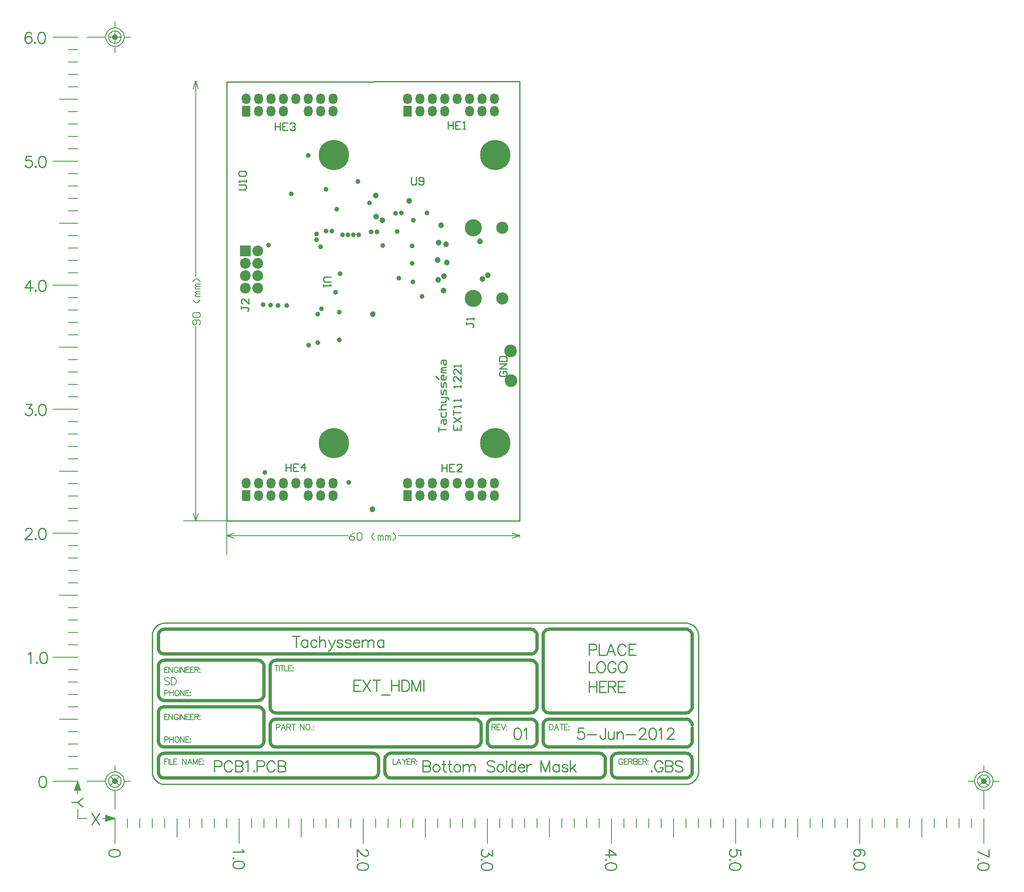
<source format=gbs>
%FSLAX44Y44*%
%MOMM*%
G71*
G01*
G75*
%ADD10R,1.1000X0.6000*%
%ADD11R,0.6000X1.1000*%
%ADD12R,0.5000X0.5000*%
%ADD13R,1.6000X1.6000*%
%ADD14R,0.6350X0.5080*%
%ADD15R,2.6000X0.3000*%
%ADD16R,3.0000X1.6000*%
%ADD17R,6.7000X6.7000*%
%ADD18R,0.3000X0.9000*%
%ADD19R,0.9000X0.3000*%
%ADD20R,5.2000X5.2000*%
%ADD21R,1.4000X1.2000*%
%ADD22R,1.2700X1.5240*%
%ADD23C,0.2000*%
%ADD24C,0.5000*%
%ADD25C,0.3000*%
%ADD26C,0.2286*%
%ADD27C,0.2540*%
%ADD28C,0.2032*%
%ADD29C,0.6350*%
%ADD30C,0.2500*%
%ADD31C,0.1524*%
%ADD32C,0.1270*%
%ADD33C,2.0000*%
%ADD34R,2.0000X2.0000*%
%ADD35R,1.6000X2.0000*%
%ADD36O,1.6000X2.0000*%
%ADD37C,3.3000*%
%ADD38C,2.3000*%
%ADD39C,6.0000*%
%ADD40C,2.4000*%
%ADD41C,1.0000*%
%ADD42C,0.8000*%
%ADD43C,0.4000*%
%ADD44R,1.3000X0.8000*%
%ADD45R,0.8000X1.3000*%
%ADD46R,0.7000X0.7000*%
%ADD47R,1.8000X1.8000*%
%ADD48R,0.8350X0.7080*%
%ADD49R,2.8000X0.5000*%
%ADD50R,3.2000X1.8000*%
%ADD51R,6.9000X6.9000*%
%ADD52R,0.5000X1.1000*%
%ADD53R,1.1000X0.5000*%
%ADD54R,5.4000X5.4000*%
%ADD55R,1.6000X1.4000*%
%ADD56R,1.4700X1.7240*%
%ADD57C,2.2000*%
%ADD58R,2.2000X2.2000*%
%ADD59R,1.8000X2.2000*%
%ADD60O,1.8000X2.2000*%
%ADD61C,3.5000*%
%ADD62C,2.5000*%
%ADD63C,6.2000*%
%ADD64C,2.6000*%
%ADD65C,1.2000*%
D23*
X1870498Y1883238D02*
X1959398D01*
X1895898D02*
Y2282199D01*
Y2384277D02*
Y2783238D01*
X1890818Y1898478D02*
X1895898Y1883238D01*
X1900978Y1898478D01*
X1890818Y2767998D02*
X1895898Y2783238D01*
X1900978Y2767998D01*
X1893358Y1883238D02*
X1898438D01*
X1893358Y2783238D02*
X1898438D01*
X1959398Y1814658D02*
Y1883238D01*
Y1852758D02*
X2208359D01*
X2310437D02*
X2559398D01*
X1959398D02*
X1974638Y1857838D01*
X1959398Y1852758D02*
X1974638Y1847678D01*
X2544158Y1857838D02*
X2559398Y1852758D01*
X2544158Y1847678D02*
X2559398Y1852758D01*
X1959398Y1850218D02*
Y1855298D01*
X2559398Y1850218D02*
Y1855298D01*
D26*
X2829166Y1371065D02*
X2828078Y1369977D01*
X2829166Y1368888D01*
X2830255Y1369977D01*
X2829166Y1371065D01*
X2851586Y1386302D02*
X2850497Y1388478D01*
X2848321Y1390655D01*
X2846144Y1391743D01*
X2841791D01*
X2839614Y1390655D01*
X2837437Y1388478D01*
X2836349Y1386302D01*
X2835261Y1383036D01*
Y1377595D01*
X2836349Y1374330D01*
X2837437Y1372153D01*
X2839614Y1369977D01*
X2841791Y1368888D01*
X2846144D01*
X2848321Y1369977D01*
X2850497Y1372153D01*
X2851586Y1374330D01*
Y1377595D01*
X2846144D02*
X2851586D01*
X2856810Y1391743D02*
Y1368888D01*
Y1391743D02*
X2866605D01*
X2869870Y1390655D01*
X2870958Y1389567D01*
X2872047Y1387390D01*
Y1385213D01*
X2870958Y1383036D01*
X2869870Y1381948D01*
X2866605Y1380860D01*
X2856810D02*
X2866605D01*
X2869870Y1379772D01*
X2870958Y1378683D01*
X2872047Y1376507D01*
Y1373241D01*
X2870958Y1371065D01*
X2869870Y1369977D01*
X2866605Y1368888D01*
X2856810D01*
X2892398Y1388478D02*
X2890222Y1390655D01*
X2886957Y1391743D01*
X2882603D01*
X2879338Y1390655D01*
X2877162Y1388478D01*
Y1386302D01*
X2878250Y1384125D01*
X2879338Y1383036D01*
X2881515Y1381948D01*
X2888045Y1379772D01*
X2890222Y1378683D01*
X2891310Y1377595D01*
X2892398Y1375418D01*
Y1372153D01*
X2890222Y1369977D01*
X2886957Y1368888D01*
X2882603D01*
X2879338Y1369977D01*
X2877162Y1372153D01*
X1559708Y2880728D02*
X1558619Y2882905D01*
X1555354Y2883993D01*
X1553178D01*
X1549913Y2882905D01*
X1547736Y2879640D01*
X1546648Y2874198D01*
Y2868756D01*
X1547736Y2864403D01*
X1549913Y2862227D01*
X1553178Y2861138D01*
X1554266D01*
X1557531Y2862227D01*
X1559708Y2864403D01*
X1560796Y2867668D01*
Y2868756D01*
X1559708Y2872021D01*
X1557531Y2874198D01*
X1554266Y2875287D01*
X1553178D01*
X1549913Y2874198D01*
X1547736Y2872021D01*
X1546648Y2868756D01*
X1566891Y2863315D02*
X1565802Y2862227D01*
X1566891Y2861138D01*
X1567979Y2862227D01*
X1566891Y2863315D01*
X1579516Y2883993D02*
X1576250Y2882905D01*
X1574074Y2879640D01*
X1572986Y2874198D01*
Y2870933D01*
X1574074Y2865492D01*
X1576250Y2862227D01*
X1579516Y2861138D01*
X1581692D01*
X1584957Y2862227D01*
X1587134Y2865492D01*
X1588222Y2870933D01*
Y2874198D01*
X1587134Y2879640D01*
X1584957Y2882905D01*
X1581692Y2883993D01*
X1579516D01*
X1557531Y2375993D02*
X1546648Y2360757D01*
X1562973D01*
X1557531Y2375993D02*
Y2353138D01*
X1568088Y2355315D02*
X1567000Y2354227D01*
X1568088Y2353138D01*
X1569176Y2354227D01*
X1568088Y2355315D01*
X1580713Y2375993D02*
X1577448Y2374905D01*
X1575271Y2371640D01*
X1574183Y2366198D01*
Y2362933D01*
X1575271Y2357491D01*
X1577448Y2354227D01*
X1580713Y2353138D01*
X1582889D01*
X1586154Y2354227D01*
X1588331Y2357491D01*
X1589419Y2362933D01*
Y2366198D01*
X1588331Y2371640D01*
X1586154Y2374905D01*
X1582889Y2375993D01*
X1580713D01*
X1547736Y1862552D02*
Y1863640D01*
X1548824Y1865817D01*
X1549913Y1866905D01*
X1552089Y1867993D01*
X1556443D01*
X1558619Y1866905D01*
X1559708Y1865817D01*
X1560796Y1863640D01*
Y1861463D01*
X1559708Y1859286D01*
X1557531Y1856022D01*
X1546648Y1845138D01*
X1561884D01*
X1568088Y1847315D02*
X1567000Y1846227D01*
X1568088Y1845138D01*
X1569176Y1846227D01*
X1568088Y1847315D01*
X1580713Y1867993D02*
X1577448Y1866905D01*
X1575271Y1863640D01*
X1574183Y1858198D01*
Y1854933D01*
X1575271Y1849491D01*
X1577448Y1846227D01*
X1580713Y1845138D01*
X1582889D01*
X1586154Y1846227D01*
X1588331Y1849491D01*
X1589419Y1854933D01*
Y1858198D01*
X1588331Y1863640D01*
X1586154Y1866905D01*
X1582889Y1867993D01*
X1580713D01*
X1581753Y1359993D02*
X1578488Y1358905D01*
X1576311Y1355640D01*
X1575223Y1350198D01*
Y1346933D01*
X1576311Y1341492D01*
X1578488Y1338226D01*
X1581753Y1337138D01*
X1583929D01*
X1587194Y1338226D01*
X1589371Y1341492D01*
X1590459Y1346933D01*
Y1350198D01*
X1589371Y1355640D01*
X1587194Y1358905D01*
X1583929Y1359993D01*
X1581753D01*
X1552998Y1609640D02*
X1555174Y1610728D01*
X1558439Y1613993D01*
Y1591138D01*
X1570846Y1593315D02*
X1569758Y1592227D01*
X1570846Y1591138D01*
X1571935Y1592227D01*
X1570846Y1593315D01*
X1583471Y1613993D02*
X1580206Y1612905D01*
X1578029Y1609640D01*
X1576941Y1604198D01*
Y1600933D01*
X1578029Y1595491D01*
X1580206Y1592227D01*
X1583471Y1591138D01*
X1585648D01*
X1588913Y1592227D01*
X1591089Y1595491D01*
X1592178Y1600933D01*
Y1604198D01*
X1591089Y1609640D01*
X1588913Y1612905D01*
X1585648Y1613993D01*
X1583471D01*
X1548824Y2121993D02*
X1560796D01*
X1554266Y2113286D01*
X1557531D01*
X1559708Y2112198D01*
X1560796Y2111110D01*
X1561884Y2107845D01*
Y2105668D01*
X1560796Y2102403D01*
X1558619Y2100226D01*
X1555354Y2099138D01*
X1552089D01*
X1548824Y2100226D01*
X1547736Y2101315D01*
X1546648Y2103492D01*
X1568088Y2101315D02*
X1567000Y2100226D01*
X1568088Y2099138D01*
X1569176Y2100226D01*
X1568088Y2101315D01*
X1580713Y2121993D02*
X1577448Y2120905D01*
X1575271Y2117640D01*
X1574183Y2112198D01*
Y2108933D01*
X1575271Y2103492D01*
X1577448Y2100226D01*
X1580713Y2099138D01*
X1582889D01*
X1586154Y2100226D01*
X1588331Y2103492D01*
X1589419Y2108933D01*
Y2112198D01*
X1588331Y2117640D01*
X1586154Y2120905D01*
X1582889Y2121993D01*
X1580713D01*
X1559708Y2629993D02*
X1548824D01*
X1547736Y2620198D01*
X1548824Y2621287D01*
X1552089Y2622375D01*
X1555354D01*
X1558619Y2621287D01*
X1560796Y2619110D01*
X1561884Y2615845D01*
Y2613668D01*
X1560796Y2610403D01*
X1558619Y2608227D01*
X1555354Y2607138D01*
X1552089D01*
X1548824Y2608227D01*
X1547736Y2609315D01*
X1546648Y2611491D01*
X1568088Y2609315D02*
X1567000Y2608227D01*
X1568088Y2607138D01*
X1569176Y2608227D01*
X1568088Y2609315D01*
X1580713Y2629993D02*
X1577448Y2628905D01*
X1575271Y2625640D01*
X1574183Y2620198D01*
Y2616933D01*
X1575271Y2611491D01*
X1577448Y2608227D01*
X1580713Y2607138D01*
X1582889D01*
X1586154Y2608227D01*
X1588331Y2611491D01*
X1589419Y2616933D01*
Y2620198D01*
X1588331Y2625640D01*
X1586154Y2628905D01*
X1582889Y2629993D01*
X1580713D01*
X3518953Y1194901D02*
X3496098Y1205785D01*
X3518953Y1210138D02*
Y1194901D01*
X3498275Y1188698D02*
X3497186Y1189786D01*
X3496098Y1188698D01*
X3497186Y1187609D01*
X3498275Y1188698D01*
X3518953Y1176073D02*
X3517864Y1179338D01*
X3514599Y1181515D01*
X3509158Y1182603D01*
X3505893D01*
X3500451Y1181515D01*
X3497186Y1179338D01*
X3496098Y1176073D01*
Y1173896D01*
X3497186Y1170631D01*
X3500451Y1168455D01*
X3505893Y1167366D01*
X3509158D01*
X3514599Y1168455D01*
X3517864Y1170631D01*
X3518953Y1173896D01*
Y1176073D01*
X3010953Y1197078D02*
Y1207962D01*
X3001158Y1209050D01*
X3002246Y1207962D01*
X3003334Y1204696D01*
Y1201431D01*
X3002246Y1198166D01*
X3000069Y1195990D01*
X2996805Y1194901D01*
X2994628D01*
X2991363Y1195990D01*
X2989186Y1198166D01*
X2988098Y1201431D01*
Y1204696D01*
X2989186Y1207962D01*
X2990274Y1209050D01*
X2992451Y1210138D01*
X2990274Y1188698D02*
X2989186Y1189786D01*
X2988098Y1188698D01*
X2989186Y1187609D01*
X2990274Y1188698D01*
X3010953Y1176073D02*
X3009865Y1179338D01*
X3006599Y1181515D01*
X3001158Y1182603D01*
X2997893D01*
X2992451Y1181515D01*
X2989186Y1179338D01*
X2988098Y1176073D01*
Y1173896D01*
X2989186Y1170631D01*
X2992451Y1168455D01*
X2997893Y1167366D01*
X3001158D01*
X3006599Y1168455D01*
X3009865Y1170631D01*
X3010953Y1173896D01*
Y1176073D01*
X2502953Y1207962D02*
Y1195990D01*
X2494246Y1202520D01*
Y1199255D01*
X2493158Y1197078D01*
X2492069Y1195990D01*
X2488804Y1194901D01*
X2486628D01*
X2483363Y1195990D01*
X2481186Y1198166D01*
X2480098Y1201431D01*
Y1204696D01*
X2481186Y1207962D01*
X2482274Y1209050D01*
X2484451Y1210138D01*
X2482274Y1188698D02*
X2481186Y1189786D01*
X2480098Y1188698D01*
X2481186Y1187609D01*
X2482274Y1188698D01*
X2502953Y1176073D02*
X2501864Y1179338D01*
X2498599Y1181515D01*
X2493158Y1182603D01*
X2489893D01*
X2484451Y1181515D01*
X2481186Y1179338D01*
X2480098Y1176073D01*
Y1173896D01*
X2481186Y1170631D01*
X2484451Y1168455D01*
X2489893Y1167366D01*
X2493158D01*
X2498599Y1168455D01*
X2501864Y1170631D01*
X2502953Y1173896D01*
Y1176073D01*
X1990599Y1210138D02*
X1991688Y1207962D01*
X1994953Y1204696D01*
X1972098D01*
X1974274Y1192289D02*
X1973186Y1193378D01*
X1972098Y1192289D01*
X1973186Y1191201D01*
X1974274Y1192289D01*
X1994953Y1179665D02*
X1993864Y1182930D01*
X1990599Y1185106D01*
X1985158Y1186195D01*
X1981893D01*
X1976451Y1185106D01*
X1973186Y1182930D01*
X1972098Y1179665D01*
Y1177488D01*
X1973186Y1174223D01*
X1976451Y1172046D01*
X1981893Y1170958D01*
X1985158D01*
X1990599Y1172046D01*
X1993864Y1174223D01*
X1994953Y1177488D01*
Y1179665D01*
X1740953Y1203608D02*
X1739864Y1206873D01*
X1736599Y1209050D01*
X1731158Y1210138D01*
X1727893D01*
X1722451Y1209050D01*
X1719186Y1206873D01*
X1718098Y1203608D01*
Y1201431D01*
X1719186Y1198166D01*
X1722451Y1195990D01*
X1727893Y1194901D01*
X1731158D01*
X1736599Y1195990D01*
X1739864Y1198166D01*
X1740953Y1201431D01*
Y1203608D01*
X2243511Y1209050D02*
X2244599D01*
X2246776Y1207962D01*
X2247864Y1206873D01*
X2248953Y1204696D01*
Y1200343D01*
X2247864Y1198166D01*
X2246776Y1197078D01*
X2244599Y1195990D01*
X2242423D01*
X2240246Y1197078D01*
X2236981Y1199255D01*
X2226098Y1210138D01*
Y1194901D01*
X2228274Y1188698D02*
X2227186Y1189786D01*
X2226098Y1188698D01*
X2227186Y1187609D01*
X2228274Y1188698D01*
X2248953Y1176073D02*
X2247864Y1179338D01*
X2244599Y1181515D01*
X2239158Y1182603D01*
X2235893D01*
X2230451Y1181515D01*
X2227186Y1179338D01*
X2226098Y1176073D01*
Y1173896D01*
X2227186Y1170631D01*
X2230451Y1168455D01*
X2235893Y1167366D01*
X2239158D01*
X2244599Y1168455D01*
X2247864Y1170631D01*
X2248953Y1173896D01*
Y1176073D01*
X2756953Y1199255D02*
X2741716Y1210138D01*
Y1193813D01*
X2756953Y1199255D02*
X2734098D01*
X2736274Y1188698D02*
X2735186Y1189786D01*
X2734098Y1188698D01*
X2735186Y1187609D01*
X2736274Y1188698D01*
X2756953Y1176073D02*
X2755864Y1179338D01*
X2752599Y1181515D01*
X2747158Y1182603D01*
X2743893D01*
X2738451Y1181515D01*
X2735186Y1179338D01*
X2734098Y1176073D01*
Y1173896D01*
X2735186Y1170631D01*
X2738451Y1168455D01*
X2743893Y1167366D01*
X2747158D01*
X2752599Y1168455D01*
X2755864Y1170631D01*
X2756953Y1173896D01*
Y1176073D01*
X3261688Y1197078D02*
X3263864Y1198166D01*
X3264953Y1201431D01*
Y1203608D01*
X3263864Y1206873D01*
X3260599Y1209050D01*
X3255158Y1210138D01*
X3249716D01*
X3245363Y1209050D01*
X3243186Y1206873D01*
X3242098Y1203608D01*
Y1202520D01*
X3243186Y1199255D01*
X3245363Y1197078D01*
X3248628Y1195990D01*
X3249716D01*
X3252981Y1197078D01*
X3255158Y1199255D01*
X3256246Y1202520D01*
Y1203608D01*
X3255158Y1206873D01*
X3252981Y1209050D01*
X3249716Y1210138D01*
X3244274Y1189895D02*
X3243186Y1190983D01*
X3242098Y1189895D01*
X3243186Y1188807D01*
X3244274Y1189895D01*
X3264953Y1177270D02*
X3263864Y1180535D01*
X3260599Y1182712D01*
X3255158Y1183800D01*
X3251893D01*
X3246451Y1182712D01*
X3243186Y1180535D01*
X3242098Y1177270D01*
Y1175094D01*
X3243186Y1171829D01*
X3246451Y1169652D01*
X3251893Y1168564D01*
X3255158D01*
X3260599Y1169652D01*
X3263864Y1171829D01*
X3264953Y1175094D01*
Y1177270D01*
X1683173Y1283793D02*
X1698409Y1260938D01*
Y1283793D02*
X1683173Y1260938D01*
X1664753Y1314913D02*
X1653869Y1306206D01*
X1641898D01*
X1664753Y1297500D02*
X1653869Y1306206D01*
X2690008Y1458418D02*
X2679124D01*
X2678036Y1448623D01*
X2679124Y1449711D01*
X2682390Y1450800D01*
X2685654D01*
X2688919Y1449711D01*
X2691096Y1447535D01*
X2692184Y1444270D01*
Y1442093D01*
X2691096Y1438828D01*
X2688919Y1436651D01*
X2685654Y1435563D01*
X2682390D01*
X2679124Y1436651D01*
X2678036Y1437740D01*
X2676948Y1439917D01*
X2697299Y1445358D02*
X2716890D01*
X2734521Y1458418D02*
Y1441005D01*
X2733433Y1437740D01*
X2732344Y1436651D01*
X2730168Y1435563D01*
X2727991D01*
X2725814Y1436651D01*
X2724726Y1437740D01*
X2723637Y1441005D01*
Y1443181D01*
X2740398Y1450800D02*
Y1439917D01*
X2741486Y1436651D01*
X2743663Y1435563D01*
X2746928D01*
X2749105Y1436651D01*
X2752370Y1439917D01*
Y1450800D02*
Y1435563D01*
X2758355Y1450800D02*
Y1435563D01*
Y1446447D02*
X2761620Y1449711D01*
X2763797Y1450800D01*
X2767062D01*
X2769239Y1449711D01*
X2770327Y1446447D01*
Y1435563D01*
X2776313Y1445358D02*
X2795903D01*
X2803739Y1452977D02*
Y1454065D01*
X2804827Y1456242D01*
X2805916Y1457330D01*
X2808093Y1458418D01*
X2812446D01*
X2814622Y1457330D01*
X2815711Y1456242D01*
X2816799Y1454065D01*
Y1451888D01*
X2815711Y1449711D01*
X2813534Y1446447D01*
X2802651Y1435563D01*
X2817888D01*
X2829533Y1458418D02*
X2826268Y1457330D01*
X2824091Y1454065D01*
X2823003Y1448623D01*
Y1445358D01*
X2824091Y1439917D01*
X2826268Y1436651D01*
X2829533Y1435563D01*
X2831709D01*
X2834974Y1436651D01*
X2837151Y1439917D01*
X2838239Y1445358D01*
Y1448623D01*
X2837151Y1454065D01*
X2834974Y1457330D01*
X2831709Y1458418D01*
X2829533D01*
X2843354Y1454065D02*
X2845531Y1455153D01*
X2848796Y1458418D01*
Y1435563D01*
X2861203Y1452977D02*
Y1454065D01*
X2862292Y1456242D01*
X2863380Y1457330D01*
X2865557Y1458418D01*
X2869910D01*
X2872087Y1457330D01*
X2873175Y1456242D01*
X2874263Y1454065D01*
Y1451888D01*
X2873175Y1449711D01*
X2870999Y1446447D01*
X2860115Y1435563D01*
X2875352D01*
X2701078Y1554303D02*
Y1531448D01*
X2716314Y1554303D02*
Y1531448D01*
X2701078Y1543420D02*
X2716314D01*
X2736775Y1554303D02*
X2722627D01*
Y1531448D01*
X2736775D01*
X2722627Y1543420D02*
X2731334D01*
X2740584Y1554303D02*
Y1531448D01*
Y1554303D02*
X2750379D01*
X2753644Y1553215D01*
X2754733Y1552127D01*
X2755821Y1549950D01*
Y1547773D01*
X2754733Y1545596D01*
X2753644Y1544508D01*
X2750379Y1543420D01*
X2740584D01*
X2748203D02*
X2755821Y1531448D01*
X2775085Y1554303D02*
X2760936D01*
Y1531448D01*
X2775085D01*
X2760936Y1543420D02*
X2769643D01*
X2701078Y1594943D02*
Y1572088D01*
X2714138D01*
X2723171Y1594943D02*
X2720994Y1593855D01*
X2718818Y1591678D01*
X2717729Y1589501D01*
X2716641Y1586237D01*
Y1580795D01*
X2717729Y1577530D01*
X2718818Y1575353D01*
X2720994Y1573177D01*
X2723171Y1572088D01*
X2727524D01*
X2729701Y1573177D01*
X2731878Y1575353D01*
X2732966Y1577530D01*
X2734054Y1580795D01*
Y1586237D01*
X2732966Y1589501D01*
X2731878Y1591678D01*
X2729701Y1593855D01*
X2727524Y1594943D01*
X2723171D01*
X2755712Y1589501D02*
X2754624Y1591678D01*
X2752447Y1593855D01*
X2750271Y1594943D01*
X2745917D01*
X2743741Y1593855D01*
X2741564Y1591678D01*
X2740475Y1589501D01*
X2739387Y1586237D01*
Y1580795D01*
X2740475Y1577530D01*
X2741564Y1575353D01*
X2743741Y1573177D01*
X2745917Y1572088D01*
X2750271D01*
X2752447Y1573177D01*
X2754624Y1575353D01*
X2755712Y1577530D01*
Y1580795D01*
X2750271D02*
X2755712D01*
X2767466Y1594943D02*
X2765290Y1593855D01*
X2763113Y1591678D01*
X2762025Y1589501D01*
X2760936Y1586237D01*
Y1580795D01*
X2762025Y1577530D01*
X2763113Y1575353D01*
X2765290Y1573177D01*
X2767466Y1572088D01*
X2771820D01*
X2773996Y1573177D01*
X2776173Y1575353D01*
X2777261Y1577530D01*
X2778350Y1580795D01*
Y1586237D01*
X2777261Y1589501D01*
X2776173Y1591678D01*
X2773996Y1593855D01*
X2771820Y1594943D01*
X2767466D01*
X2701078Y1618531D02*
X2710873D01*
X2714138Y1619620D01*
X2715226Y1620708D01*
X2716314Y1622885D01*
Y1626150D01*
X2715226Y1628327D01*
X2714138Y1629415D01*
X2710873Y1630503D01*
X2701078D01*
Y1607648D01*
X2721430Y1630503D02*
Y1607648D01*
X2734490D01*
X2754406D02*
X2745699Y1630503D01*
X2736993Y1607648D01*
X2740258Y1615267D02*
X2751141D01*
X2776064Y1625061D02*
X2774976Y1627238D01*
X2772799Y1629415D01*
X2770623Y1630503D01*
X2766269D01*
X2764092Y1629415D01*
X2761916Y1627238D01*
X2760827Y1625061D01*
X2759739Y1621797D01*
Y1616355D01*
X2760827Y1613090D01*
X2761916Y1610913D01*
X2764092Y1608737D01*
X2766269Y1607648D01*
X2770623D01*
X2772799Y1608737D01*
X2774976Y1610913D01*
X2776064Y1613090D01*
X2796634Y1630503D02*
X2782485D01*
Y1607648D01*
X2796634D01*
X2782485Y1619620D02*
X2791192D01*
X2553303Y1458418D02*
X2550038Y1457330D01*
X2547861Y1454065D01*
X2546773Y1448623D01*
Y1445358D01*
X2547861Y1439917D01*
X2550038Y1436651D01*
X2553303Y1435563D01*
X2555479D01*
X2558744Y1436651D01*
X2560921Y1439917D01*
X2562009Y1445358D01*
Y1448623D01*
X2560921Y1454065D01*
X2558744Y1457330D01*
X2555479Y1458418D01*
X2553303D01*
X2567125Y1454065D02*
X2569301Y1455153D01*
X2572566Y1458418D01*
Y1435563D01*
X2360718Y1391743D02*
Y1368888D01*
Y1391743D02*
X2370513D01*
X2373778Y1390655D01*
X2374866Y1389567D01*
X2375954Y1387390D01*
Y1385213D01*
X2374866Y1383036D01*
X2373778Y1381948D01*
X2370513Y1380860D01*
X2360718D02*
X2370513D01*
X2373778Y1379772D01*
X2374866Y1378683D01*
X2375954Y1376507D01*
Y1373241D01*
X2374866Y1371065D01*
X2373778Y1369977D01*
X2370513Y1368888D01*
X2360718D01*
X2386511Y1384125D02*
X2384335Y1383036D01*
X2382158Y1380860D01*
X2381070Y1377595D01*
Y1375418D01*
X2382158Y1372153D01*
X2384335Y1369977D01*
X2386511Y1368888D01*
X2389776D01*
X2391953Y1369977D01*
X2394130Y1372153D01*
X2395218Y1375418D01*
Y1377595D01*
X2394130Y1380860D01*
X2391953Y1383036D01*
X2389776Y1384125D01*
X2386511D01*
X2403489Y1391743D02*
Y1373241D01*
X2404578Y1369977D01*
X2406754Y1368888D01*
X2408931D01*
X2400224Y1384125D02*
X2407843D01*
X2415461Y1391743D02*
Y1373241D01*
X2416549Y1369977D01*
X2418726Y1368888D01*
X2420903D01*
X2412196Y1384125D02*
X2419814D01*
X2429610D02*
X2427433Y1383036D01*
X2425256Y1380860D01*
X2424168Y1377595D01*
Y1375418D01*
X2425256Y1372153D01*
X2427433Y1369977D01*
X2429610Y1368888D01*
X2432874D01*
X2435051Y1369977D01*
X2437228Y1372153D01*
X2438316Y1375418D01*
Y1377595D01*
X2437228Y1380860D01*
X2435051Y1383036D01*
X2432874Y1384125D01*
X2429610D01*
X2443323D02*
Y1368888D01*
Y1379772D02*
X2446588Y1383036D01*
X2448764Y1384125D01*
X2452029D01*
X2454206Y1383036D01*
X2455294Y1379772D01*
Y1368888D01*
Y1379772D02*
X2458559Y1383036D01*
X2460736Y1384125D01*
X2464001D01*
X2466178Y1383036D01*
X2467266Y1379772D01*
Y1368888D01*
X2507643Y1388478D02*
X2505467Y1390655D01*
X2502202Y1391743D01*
X2497848D01*
X2494583Y1390655D01*
X2492407Y1388478D01*
Y1386302D01*
X2493495Y1384125D01*
X2494583Y1383036D01*
X2496760Y1381948D01*
X2503290Y1379772D01*
X2505467Y1378683D01*
X2506555Y1377595D01*
X2507643Y1375418D01*
Y1372153D01*
X2505467Y1369977D01*
X2502202Y1368888D01*
X2497848D01*
X2494583Y1369977D01*
X2492407Y1372153D01*
X2518200Y1384125D02*
X2516024Y1383036D01*
X2513847Y1380860D01*
X2512759Y1377595D01*
Y1375418D01*
X2513847Y1372153D01*
X2516024Y1369977D01*
X2518200Y1368888D01*
X2521465D01*
X2523642Y1369977D01*
X2525819Y1372153D01*
X2526907Y1375418D01*
Y1377595D01*
X2525819Y1380860D01*
X2523642Y1383036D01*
X2521465Y1384125D01*
X2518200D01*
X2531913Y1391743D02*
Y1368888D01*
X2549762Y1391743D02*
Y1368888D01*
Y1380860D02*
X2547585Y1383036D01*
X2545409Y1384125D01*
X2542144D01*
X2539967Y1383036D01*
X2537790Y1380860D01*
X2536702Y1377595D01*
Y1375418D01*
X2537790Y1372153D01*
X2539967Y1369977D01*
X2542144Y1368888D01*
X2545409D01*
X2547585Y1369977D01*
X2549762Y1372153D01*
X2555857Y1377595D02*
X2568917D01*
Y1379772D01*
X2567828Y1381948D01*
X2566740Y1383036D01*
X2564564Y1384125D01*
X2561299D01*
X2559122Y1383036D01*
X2556945Y1380860D01*
X2555857Y1377595D01*
Y1375418D01*
X2556945Y1372153D01*
X2559122Y1369977D01*
X2561299Y1368888D01*
X2564564D01*
X2566740Y1369977D01*
X2568917Y1372153D01*
X2573814Y1384125D02*
Y1368888D01*
Y1377595D02*
X2574903Y1380860D01*
X2577079Y1383036D01*
X2579256Y1384125D01*
X2582521D01*
X2602546Y1391743D02*
Y1368888D01*
Y1391743D02*
X2611253Y1368888D01*
X2619960Y1391743D02*
X2611253Y1368888D01*
X2619960Y1391743D02*
Y1368888D01*
X2639550Y1384125D02*
Y1368888D01*
Y1380860D02*
X2637373Y1383036D01*
X2635197Y1384125D01*
X2631931D01*
X2629755Y1383036D01*
X2627578Y1380860D01*
X2626490Y1377595D01*
Y1375418D01*
X2627578Y1372153D01*
X2629755Y1369977D01*
X2631931Y1368888D01*
X2635197D01*
X2637373Y1369977D01*
X2639550Y1372153D01*
X2657616Y1380860D02*
X2656528Y1383036D01*
X2653263Y1384125D01*
X2649998D01*
X2646733Y1383036D01*
X2645645Y1380860D01*
X2646733Y1378683D01*
X2648910Y1377595D01*
X2654351Y1376507D01*
X2656528Y1375418D01*
X2657616Y1373241D01*
Y1372153D01*
X2656528Y1369977D01*
X2653263Y1368888D01*
X2649998D01*
X2646733Y1369977D01*
X2645645Y1372153D01*
X2662405Y1391743D02*
Y1368888D01*
X2673288Y1384125D02*
X2662405Y1373241D01*
X2666758Y1377595D02*
X2674377Y1368888D01*
X1933998Y1379772D02*
X1943793D01*
X1947058Y1380860D01*
X1948146Y1381948D01*
X1949234Y1384125D01*
Y1387390D01*
X1948146Y1389567D01*
X1947058Y1390655D01*
X1943793Y1391743D01*
X1933998D01*
Y1368888D01*
X1970675Y1386302D02*
X1969586Y1388478D01*
X1967410Y1390655D01*
X1965233Y1391743D01*
X1960880D01*
X1958703Y1390655D01*
X1956526Y1388478D01*
X1955438Y1386302D01*
X1954350Y1383036D01*
Y1377595D01*
X1955438Y1374330D01*
X1956526Y1372153D01*
X1958703Y1369977D01*
X1960880Y1368888D01*
X1965233D01*
X1967410Y1369977D01*
X1969586Y1372153D01*
X1970675Y1374330D01*
X1977096Y1391743D02*
Y1368888D01*
Y1391743D02*
X1986891D01*
X1990156Y1390655D01*
X1991244Y1389567D01*
X1992333Y1387390D01*
Y1385213D01*
X1991244Y1383036D01*
X1990156Y1381948D01*
X1986891Y1380860D01*
X1977096D02*
X1986891D01*
X1990156Y1379772D01*
X1991244Y1378683D01*
X1992333Y1376507D01*
Y1373241D01*
X1991244Y1371065D01*
X1990156Y1369977D01*
X1986891Y1368888D01*
X1977096D01*
X1997448Y1387390D02*
X1999624Y1388478D01*
X2002890Y1391743D01*
Y1368888D01*
X2015297Y1371065D02*
X2014208Y1369977D01*
X2015297Y1368888D01*
X2016385Y1369977D01*
X2015297Y1371065D01*
X2021391Y1379772D02*
X2031186D01*
X2034451Y1380860D01*
X2035540Y1381948D01*
X2036628Y1384125D01*
Y1387390D01*
X2035540Y1389567D01*
X2034451Y1390655D01*
X2031186Y1391743D01*
X2021391D01*
Y1368888D01*
X2058068Y1386302D02*
X2056980Y1388478D01*
X2054803Y1390655D01*
X2052627Y1391743D01*
X2048273D01*
X2046096Y1390655D01*
X2043920Y1388478D01*
X2042832Y1386302D01*
X2041743Y1383036D01*
Y1377595D01*
X2042832Y1374330D01*
X2043920Y1372153D01*
X2046096Y1369977D01*
X2048273Y1368888D01*
X2052627D01*
X2054803Y1369977D01*
X2056980Y1372153D01*
X2058068Y1374330D01*
X2064489Y1391743D02*
Y1368888D01*
Y1391743D02*
X2074285D01*
X2077549Y1390655D01*
X2078638Y1389567D01*
X2079726Y1387390D01*
Y1385213D01*
X2078638Y1383036D01*
X2077549Y1381948D01*
X2074285Y1380860D01*
X2064489D02*
X2074285D01*
X2077549Y1379772D01*
X2078638Y1378683D01*
X2079726Y1376507D01*
Y1373241D01*
X2078638Y1371065D01*
X2077549Y1369977D01*
X2074285Y1368888D01*
X2064489D01*
X2233896Y1556843D02*
X2219748D01*
Y1533988D01*
X2233896D01*
X2219748Y1545960D02*
X2228454D01*
X2237705Y1556843D02*
X2252942Y1533988D01*
Y1556843D02*
X2237705Y1533988D01*
X2265676Y1556843D02*
Y1533988D01*
X2258057Y1556843D02*
X2273294D01*
X2276015Y1526370D02*
X2293428D01*
X2296367Y1556843D02*
Y1533988D01*
X2311603Y1556843D02*
Y1533988D01*
X2296367Y1545960D02*
X2311603D01*
X2317916Y1556843D02*
Y1533988D01*
Y1556843D02*
X2325534D01*
X2328799Y1555755D01*
X2330976Y1553578D01*
X2332064Y1551402D01*
X2333152Y1548136D01*
Y1542695D01*
X2332064Y1539430D01*
X2330976Y1537253D01*
X2328799Y1535076D01*
X2325534Y1533988D01*
X2317916D01*
X2338268Y1556843D02*
Y1533988D01*
Y1556843D02*
X2346974Y1533988D01*
X2355681Y1556843D02*
X2346974Y1533988D01*
X2355681Y1556843D02*
Y1533988D01*
X2362211Y1556843D02*
Y1533988D01*
X2101636Y1647013D02*
Y1624158D01*
X2094018Y1647013D02*
X2109254D01*
X2125035Y1639395D02*
Y1624158D01*
Y1636130D02*
X2122859Y1638306D01*
X2120682Y1639395D01*
X2117417D01*
X2115240Y1638306D01*
X2113064Y1636130D01*
X2111975Y1632865D01*
Y1630688D01*
X2113064Y1627423D01*
X2115240Y1625246D01*
X2117417Y1624158D01*
X2120682D01*
X2122859Y1625246D01*
X2125035Y1627423D01*
X2144190Y1636130D02*
X2142013Y1638306D01*
X2139837Y1639395D01*
X2136572D01*
X2134395Y1638306D01*
X2132218Y1636130D01*
X2131130Y1632865D01*
Y1630688D01*
X2132218Y1627423D01*
X2134395Y1625246D01*
X2136572Y1624158D01*
X2139837D01*
X2142013Y1625246D01*
X2144190Y1627423D01*
X2149088Y1647013D02*
Y1624158D01*
Y1635042D02*
X2152353Y1638306D01*
X2154529Y1639395D01*
X2157794D01*
X2159971Y1638306D01*
X2161059Y1635042D01*
Y1624158D01*
X2168134Y1639395D02*
X2174664Y1624158D01*
X2181194Y1639395D02*
X2174664Y1624158D01*
X2172487Y1619805D01*
X2170310Y1617628D01*
X2168134Y1616540D01*
X2167045D01*
X2196974Y1636130D02*
X2195886Y1638306D01*
X2192621Y1639395D01*
X2189356D01*
X2186091Y1638306D01*
X2185003Y1636130D01*
X2186091Y1633953D01*
X2188268Y1632865D01*
X2193709Y1631776D01*
X2195886Y1630688D01*
X2196974Y1628512D01*
Y1627423D01*
X2195886Y1625246D01*
X2192621Y1624158D01*
X2189356D01*
X2186091Y1625246D01*
X2185003Y1627423D01*
X2213735Y1636130D02*
X2212646Y1638306D01*
X2209382Y1639395D01*
X2206116D01*
X2202852Y1638306D01*
X2201763Y1636130D01*
X2202852Y1633953D01*
X2205028Y1632865D01*
X2210470Y1631776D01*
X2212646Y1630688D01*
X2213735Y1628512D01*
Y1627423D01*
X2212646Y1625246D01*
X2209382Y1624158D01*
X2206116D01*
X2202852Y1625246D01*
X2201763Y1627423D01*
X2218524Y1632865D02*
X2231584D01*
Y1635042D01*
X2230495Y1637218D01*
X2229407Y1638306D01*
X2227230Y1639395D01*
X2223965D01*
X2221789Y1638306D01*
X2219612Y1636130D01*
X2218524Y1632865D01*
Y1630688D01*
X2219612Y1627423D01*
X2221789Y1625246D01*
X2223965Y1624158D01*
X2227230D01*
X2229407Y1625246D01*
X2231584Y1627423D01*
X2236481Y1639395D02*
Y1624158D01*
Y1635042D02*
X2239746Y1638306D01*
X2241923Y1639395D01*
X2245188D01*
X2247365Y1638306D01*
X2248453Y1635042D01*
Y1624158D01*
Y1635042D02*
X2251718Y1638306D01*
X2253895Y1639395D01*
X2257159D01*
X2259336Y1638306D01*
X2260425Y1635042D01*
Y1624158D01*
X2280668Y1639395D02*
Y1624158D01*
Y1636130D02*
X2278491Y1638306D01*
X2276314Y1639395D01*
X2273049D01*
X2270873Y1638306D01*
X2268696Y1636130D01*
X2267608Y1632865D01*
Y1630688D01*
X2268696Y1627423D01*
X2270873Y1625246D01*
X2273049Y1624158D01*
X2276314D01*
X2278491Y1625246D01*
X2280668Y1627423D01*
D27*
X2520252Y2189805D02*
X2517713Y2187266D01*
Y2182187D01*
X2520252Y2179648D01*
X2530408D01*
X2532948Y2182187D01*
Y2187266D01*
X2530408Y2189805D01*
X2525330D01*
Y2184727D01*
X2532948Y2194883D02*
X2517713D01*
X2532948Y2205040D01*
X2517713D01*
Y2210118D02*
X2532948D01*
Y2217736D01*
X2530408Y2220275D01*
X2520252D01*
X2517713Y2217736D01*
Y2210118D01*
X2058448Y2698133D02*
Y2682898D01*
Y2690516D01*
X2068604D01*
Y2698133D01*
Y2682898D01*
X2083840Y2698133D02*
X2073683D01*
Y2682898D01*
X2083840D01*
X2073683Y2690516D02*
X2078761D01*
X2088918Y2695594D02*
X2091457Y2698133D01*
X2096535D01*
X2099075Y2695594D01*
Y2693055D01*
X2096535Y2690516D01*
X2093996D01*
X2096535D01*
X2099075Y2687976D01*
Y2685437D01*
X2096535Y2682898D01*
X2091457D01*
X2088918Y2685437D01*
X2412948Y2700633D02*
Y2685398D01*
Y2693016D01*
X2423104D01*
Y2700633D01*
Y2685398D01*
X2438340Y2700633D02*
X2428183D01*
Y2685398D01*
X2438340D01*
X2428183Y2693016D02*
X2433261D01*
X2443418Y2685398D02*
X2448496D01*
X2445957D01*
Y2700633D01*
X2443418Y2698094D01*
X2080448Y2000133D02*
Y1984898D01*
Y1992516D01*
X2090604D01*
Y2000133D01*
Y1984898D01*
X2105840Y2000133D02*
X2095683D01*
Y1984898D01*
X2105840D01*
X2095683Y1992516D02*
X2100761D01*
X2118535Y1984898D02*
Y2000133D01*
X2110918Y1992516D01*
X2121075D01*
X2400198Y1999133D02*
Y1983898D01*
Y1991516D01*
X2410354D01*
Y1999133D01*
Y1983898D01*
X2425589Y1999133D02*
X2415433D01*
Y1983898D01*
X2425589D01*
X2415433Y1991516D02*
X2420511D01*
X2440825Y1983898D02*
X2430668D01*
X2440825Y1994055D01*
Y1996594D01*
X2438285Y1999133D01*
X2433207D01*
X2430668Y1996594D01*
X2449463Y2289305D02*
Y2284227D01*
Y2286766D01*
X2462159D01*
X2464698Y2284227D01*
Y2281687D01*
X2462159Y2279148D01*
X2464698Y2294383D02*
Y2299462D01*
Y2296922D01*
X2449463D01*
X2452002Y2294383D01*
X2173183Y2382648D02*
X2160487D01*
X2157948Y2380109D01*
Y2375031D01*
X2160487Y2372491D01*
X2173183D01*
X2157948Y2367413D02*
Y2362335D01*
Y2364874D01*
X2173183D01*
X2170644Y2367413D01*
X1984463Y2560898D02*
X1997159D01*
X1999698Y2563437D01*
Y2568516D01*
X1997159Y2571055D01*
X1984463D01*
X1999698Y2576133D02*
Y2581212D01*
Y2578672D01*
X1984463D01*
X1987002Y2576133D01*
Y2588829D02*
X1984463Y2591368D01*
Y2596447D01*
X1987002Y2598986D01*
X1997159D01*
X1999698Y2596447D01*
Y2591368D01*
X1997159Y2588829D01*
X1987002D01*
X2336948Y2586383D02*
Y2573687D01*
X2339487Y2571148D01*
X2344565D01*
X2347104Y2573687D01*
Y2586383D01*
X2352183Y2573687D02*
X2354722Y2571148D01*
X2359800D01*
X2362339Y2573687D01*
Y2583844D01*
X2359800Y2586383D01*
X2354722D01*
X2352183Y2583844D01*
Y2581305D01*
X2354722Y2578766D01*
X2362339D01*
X1989463Y2322055D02*
Y2316976D01*
Y2319516D01*
X2002159D01*
X2004698Y2316976D01*
Y2314437D01*
X2002159Y2311898D01*
X2004698Y2337290D02*
Y2327133D01*
X1994541Y2337290D01*
X1992002D01*
X1989463Y2334751D01*
Y2329672D01*
X1992002Y2327133D01*
X2393463Y2064898D02*
Y2075055D01*
Y2069977D01*
X2408698D01*
X2398541Y2082672D02*
Y2087751D01*
X2401080Y2090290D01*
X2408698D01*
Y2082672D01*
X2406158Y2080133D01*
X2403619Y2082672D01*
Y2090290D01*
X2398541Y2105525D02*
Y2097908D01*
X2401080Y2095368D01*
X2406158D01*
X2408698Y2097908D01*
Y2105525D01*
X2393463Y2110603D02*
X2408698D01*
X2401080D01*
X2398541Y2113143D01*
Y2118221D01*
X2401080Y2120760D01*
X2408698D01*
X2398541Y2125838D02*
X2406158D01*
X2408698Y2128378D01*
Y2135995D01*
X2411237D01*
X2413776Y2133456D01*
Y2130917D01*
X2408698Y2135995D02*
X2398541D01*
X2408698Y2141073D02*
Y2148691D01*
X2406158Y2151230D01*
X2403619Y2148691D01*
Y2143613D01*
X2401080Y2141073D01*
X2398541Y2143613D01*
Y2151230D01*
X2408698Y2156309D02*
Y2163926D01*
X2406158Y2166465D01*
X2403619Y2163926D01*
Y2158848D01*
X2401080Y2156309D01*
X2398541Y2158848D01*
Y2166465D01*
X2408698Y2179161D02*
Y2174083D01*
X2406158Y2171544D01*
X2401080D01*
X2398541Y2174083D01*
Y2179161D01*
X2401080Y2181700D01*
X2403619D01*
Y2171544D01*
X2408698Y2186779D02*
X2398541D01*
Y2189318D01*
X2401080Y2191857D01*
X2408698D01*
X2401080D01*
X2398541Y2194396D01*
X2401080Y2196935D01*
X2408698D01*
X2398541Y2204553D02*
Y2209631D01*
X2401080Y2212171D01*
X2408698D01*
Y2204553D01*
X2406158Y2202014D01*
X2403619Y2204553D01*
Y2212171D01*
X2394198Y2172648D02*
X2387533Y2179313D01*
X2423713Y2079055D02*
Y2068898D01*
X2438948D01*
Y2079055D01*
X2431330Y2068898D02*
Y2073976D01*
X2423713Y2084133D02*
X2438948Y2094290D01*
X2423713D02*
X2438948Y2084133D01*
X2423713Y2099368D02*
Y2109525D01*
Y2104447D01*
X2438948D01*
Y2114603D02*
Y2119682D01*
Y2117143D01*
X2423713D01*
X2426252Y2114603D01*
X2438948Y2127299D02*
Y2132378D01*
Y2129838D01*
X2423713D01*
X2426252Y2127299D01*
X2438948Y2155230D02*
Y2160309D01*
Y2157769D01*
X2423713D01*
X2426252Y2155230D01*
X2438948Y2178083D02*
Y2167926D01*
X2428791Y2178083D01*
X2426252D01*
X2423713Y2175544D01*
Y2170465D01*
X2426252Y2167926D01*
X2438948Y2193318D02*
Y2183161D01*
X2428791Y2193318D01*
X2426252D01*
X2423713Y2190779D01*
Y2185700D01*
X2426252Y2183161D01*
X2438948Y2198396D02*
Y2203475D01*
Y2200935D01*
X2423713D01*
X2426252Y2198396D01*
X1832398Y1673688D02*
X1829908Y1673566D01*
X1827442Y1673200D01*
X1825024Y1672594D01*
X1822677Y1671755D01*
X1820424Y1670689D01*
X1818286Y1669408D01*
X1816284Y1667923D01*
X1814437Y1666249D01*
X1812763Y1664402D01*
X1811278Y1662400D01*
X1809997Y1660262D01*
X1808931Y1658008D01*
X1808091Y1655661D01*
X1807486Y1653243D01*
X1807120Y1650778D01*
X1806998Y1648288D01*
Y1369142D02*
X1807119Y1366655D01*
X1807480Y1364192D01*
X1808078Y1361776D01*
X1808908Y1359428D01*
X1809961Y1357173D01*
X1811228Y1355029D01*
X1812697Y1353019D01*
X1814354Y1351161D01*
X1816183Y1349472D01*
X1818167Y1347968D01*
X1820288Y1346664D01*
X1822525Y1345571D01*
X1824857Y1344701D01*
X1827263Y1344060D01*
X1829720Y1343656D01*
X1832204Y1343492D01*
X2899198Y1343488D02*
X2901687Y1343610D01*
X2904153Y1343976D01*
X2906571Y1344582D01*
X2908918Y1345422D01*
X2911171Y1346487D01*
X2913309Y1347769D01*
X2915311Y1349254D01*
X2917158Y1350928D01*
X2918832Y1352775D01*
X2920317Y1354777D01*
X2921599Y1356915D01*
X2922664Y1359168D01*
X2923504Y1361515D01*
X2924109Y1363933D01*
X2924475Y1366398D01*
X2924598Y1368888D01*
Y1648288D02*
X2924475Y1650778D01*
X2924109Y1653243D01*
X2923504Y1655661D01*
X2922664Y1658008D01*
X2921599Y1660262D01*
X2920317Y1662400D01*
X2918832Y1664402D01*
X2917158Y1666249D01*
X2915311Y1667923D01*
X2913309Y1669408D01*
X2911171Y1670689D01*
X2908918Y1671755D01*
X2906571Y1672594D01*
X2904153Y1673200D01*
X2901687Y1673566D01*
X2899198Y1673688D01*
X1832398Y1343488D02*
X2899198D01*
X1832398Y1673688D02*
X2899198D01*
X2924598Y1368888D02*
Y1648288D01*
X1806998Y1368888D02*
Y1648288D01*
D28*
X3521500Y1349836D02*
X3521240Y1352392D01*
X3520471Y1354844D01*
X3519224Y1357091D01*
X3517550Y1359041D01*
X3515518Y1360613D01*
X3513211Y1361745D01*
X3510723Y1362389D01*
X3508157Y1362519D01*
X3505617Y1362130D01*
X3503207Y1361238D01*
X3501027Y1359879D01*
X3499164Y1358108D01*
X3497696Y1355999D01*
X3496683Y1353638D01*
X3496165Y1351120D01*
Y1348551D01*
X3496683Y1346034D01*
X3497696Y1343672D01*
X3499164Y1341563D01*
X3501027Y1339793D01*
X3503207Y1338434D01*
X3505617Y1337541D01*
X3508157Y1337152D01*
X3510723Y1337282D01*
X3513211Y1337926D01*
X3515518Y1339058D01*
X3517550Y1340631D01*
X3519224Y1342581D01*
X3520471Y1344827D01*
X3521240Y1347279D01*
X3521500Y1349836D01*
X3527850D02*
X3527680Y1352375D01*
X3527173Y1354868D01*
X3526339Y1357272D01*
X3525191Y1359544D01*
X3523751Y1361642D01*
X3522043Y1363529D01*
X3520100Y1365172D01*
X3517955Y1366541D01*
X3515647Y1367613D01*
X3513216Y1368367D01*
X3510707Y1368790D01*
X3508164Y1368875D01*
X3505632Y1368620D01*
X3503156Y1368030D01*
X3500781Y1367116D01*
X3498550Y1365893D01*
X3496501Y1364383D01*
X3494672Y1362614D01*
X3493094Y1360617D01*
X3491798Y1358427D01*
X3490804Y1356084D01*
X3490132Y1353630D01*
X3489793Y1351108D01*
Y1348563D01*
X3490132Y1346041D01*
X3490804Y1343587D01*
X3491798Y1341244D01*
X3493094Y1339054D01*
X3494672Y1337057D01*
X3496501Y1335288D01*
X3498550Y1333779D01*
X3500781Y1332556D01*
X3503156Y1331641D01*
X3505632Y1331051D01*
X3508164Y1330796D01*
X3510707Y1330881D01*
X3513216Y1331305D01*
X3515647Y1332059D01*
X3517955Y1333130D01*
X3520100Y1334499D01*
X3522044Y1336142D01*
X3523751Y1338029D01*
X3525191Y1340127D01*
X3526339Y1342399D01*
X3527173Y1344803D01*
X3527680Y1347296D01*
X3527850Y1349836D01*
X3509435D02*
X3508165D01*
X3509435D01*
X3510070D02*
X3508165Y1350935D01*
Y1348736D01*
X3510070Y1349836D01*
X3513880D02*
X3513298Y1352196D01*
X3511686Y1354016D01*
X3509413Y1354879D01*
X3506999Y1354586D01*
X3504998Y1353204D01*
X3503868Y1351051D01*
Y1348620D01*
X3504998Y1346467D01*
X3506999Y1345086D01*
X3509413Y1344793D01*
X3511686Y1345655D01*
X3513298Y1347475D01*
X3513880Y1349836D01*
X3512610D02*
X3511719Y1352285D01*
X3509462Y1353588D01*
X3506895Y1353135D01*
X3505220Y1351139D01*
Y1348533D01*
X3506895Y1346536D01*
X3509462Y1346084D01*
X3511719Y1347387D01*
X3512610Y1349836D01*
X3511340D02*
X3510070Y1352035D01*
X3507530D01*
X3506260Y1349836D01*
X3507530Y1347636D01*
X3510070D01*
X3511340Y1349836D01*
X1749848Y2873838D02*
X1749678Y2876377D01*
X1749171Y2878871D01*
X1748336Y2881275D01*
X1747188Y2883546D01*
X1745748Y2885645D01*
X1744041Y2887532D01*
X1742098Y2889175D01*
X1739953Y2890544D01*
X1737644Y2891615D01*
X1735214Y2892369D01*
X1732704Y2892792D01*
X1730161Y2892878D01*
X1727629Y2892623D01*
X1725154Y2892033D01*
X1722779Y2891118D01*
X1720547Y2889895D01*
X1718499Y2888386D01*
X1716669Y2886617D01*
X1715092Y2884619D01*
X1713795Y2882430D01*
X1712802Y2880087D01*
X1712129Y2877633D01*
X1711790Y2875110D01*
Y2872566D01*
X1712129Y2870044D01*
X1712802Y2867589D01*
X1713795Y2865246D01*
X1715092Y2863057D01*
X1716669Y2861060D01*
X1718499Y2859290D01*
X1720547Y2857781D01*
X1722779Y2856558D01*
X1725154Y2855643D01*
X1727629Y2855053D01*
X1730161Y2854799D01*
X1732704Y2854884D01*
X1735214Y2855307D01*
X1737644Y2856061D01*
X1739953Y2857132D01*
X1742098Y2858502D01*
X1744041Y2860145D01*
X1745748Y2862032D01*
X1747188Y2864130D01*
X1748336Y2866401D01*
X1749171Y2868805D01*
X1749678Y2871299D01*
X1749848Y2873838D01*
X1731433D02*
X1730163D01*
X1731433D01*
X1732068D02*
X1730163Y2874938D01*
Y2872738D01*
X1732068Y2873838D01*
X1733338D02*
X1732068Y2876038D01*
X1729528D01*
X1728258Y2873838D01*
X1729528Y2871638D01*
X1732068D01*
X1733338Y2873838D01*
X1734608D02*
X1733716Y2876287D01*
X1731459Y2877590D01*
X1728893Y2877138D01*
X1727217Y2875141D01*
Y2872535D01*
X1728893Y2870539D01*
X1731459Y2870086D01*
X1733716Y2871389D01*
X1734608Y2873838D01*
X1735878D02*
X1735296Y2876199D01*
X1733683Y2878019D01*
X1731410Y2878881D01*
X1728996Y2878588D01*
X1726995Y2877207D01*
X1725865Y2875054D01*
Y2872622D01*
X1726995Y2870469D01*
X1728996Y2869088D01*
X1731410Y2868795D01*
X1733683Y2869657D01*
X1735296Y2871477D01*
X1735878Y2873838D01*
X1743498D02*
X1743238Y2876395D01*
X1742468Y2878846D01*
X1741221Y2881093D01*
X1739547Y2883043D01*
X1737516Y2884616D01*
X1735208Y2885748D01*
X1732721Y2886392D01*
X1730154Y2886522D01*
X1727614Y2886133D01*
X1725205Y2885240D01*
X1723024Y2883881D01*
X1721161Y2882111D01*
X1719693Y2880002D01*
X1718680Y2877640D01*
X1718163Y2875123D01*
Y2872553D01*
X1718680Y2870036D01*
X1719693Y2867675D01*
X1721161Y2865566D01*
X1723024Y2863795D01*
X1725205Y2862436D01*
X1727614Y2861544D01*
X1730154Y2861154D01*
X1732721Y2861284D01*
X1735208Y2861929D01*
X1737516Y2863060D01*
X1739548Y2864633D01*
X1741221Y2866583D01*
X1742468Y2868830D01*
X1743238Y2871282D01*
X1743498Y2873838D01*
X1743500Y1349836D02*
X1743240Y1352392D01*
X1742471Y1354844D01*
X1741224Y1357091D01*
X1739550Y1359041D01*
X1737518Y1360613D01*
X1735211Y1361745D01*
X1732723Y1362389D01*
X1730157Y1362519D01*
X1727617Y1362130D01*
X1725207Y1361238D01*
X1723026Y1359879D01*
X1721164Y1358108D01*
X1719696Y1355999D01*
X1718683Y1353638D01*
X1718165Y1351120D01*
Y1348551D01*
X1718683Y1346034D01*
X1719696Y1343672D01*
X1721164Y1341563D01*
X1723026Y1339793D01*
X1725207Y1338434D01*
X1727617Y1337541D01*
X1730157Y1337152D01*
X1732723Y1337282D01*
X1735211Y1337926D01*
X1737518Y1339058D01*
X1739550Y1340631D01*
X1741224Y1342581D01*
X1742471Y1344827D01*
X1743240Y1347279D01*
X1743500Y1349836D01*
X1749850D02*
X1749680Y1352375D01*
X1749173Y1354868D01*
X1748339Y1357272D01*
X1747191Y1359544D01*
X1745751Y1361642D01*
X1744044Y1363529D01*
X1742100Y1365172D01*
X1739955Y1366541D01*
X1737647Y1367613D01*
X1735216Y1368367D01*
X1732707Y1368790D01*
X1730164Y1368875D01*
X1727632Y1368620D01*
X1725156Y1368030D01*
X1722781Y1367116D01*
X1720550Y1365893D01*
X1718501Y1364383D01*
X1716672Y1362614D01*
X1715095Y1360617D01*
X1713798Y1358427D01*
X1712804Y1356084D01*
X1712132Y1353630D01*
X1711793Y1351108D01*
Y1348563D01*
X1712132Y1346041D01*
X1712804Y1343587D01*
X1713798Y1341244D01*
X1715095Y1339054D01*
X1716672Y1337057D01*
X1718501Y1335288D01*
X1720550Y1333779D01*
X1722781Y1332556D01*
X1725156Y1331641D01*
X1727632Y1331051D01*
X1730164Y1330796D01*
X1732707Y1330881D01*
X1735216Y1331305D01*
X1737647Y1332059D01*
X1739955Y1333130D01*
X1742100Y1334499D01*
X1744044Y1336142D01*
X1745751Y1338029D01*
X1747191Y1340127D01*
X1748339Y1342399D01*
X1749173Y1344803D01*
X1749680Y1347296D01*
X1749850Y1349836D01*
X1731435D02*
X1730165D01*
X1731435D01*
X1732070D02*
X1730165Y1350935D01*
Y1348736D01*
X1732070Y1349836D01*
X1735880D02*
X1735298Y1352196D01*
X1733686Y1354016D01*
X1731413Y1354879D01*
X1728999Y1354586D01*
X1726998Y1353204D01*
X1725868Y1351051D01*
Y1348620D01*
X1726998Y1346467D01*
X1728999Y1345086D01*
X1731413Y1344793D01*
X1733686Y1345655D01*
X1735298Y1347475D01*
X1735880Y1349836D01*
X1733340D02*
X1732070Y1352035D01*
X1729530D01*
X1728260Y1349836D01*
X1729530Y1347636D01*
X1732070D01*
X1733340Y1349836D01*
X1734610D02*
X1733719Y1352285D01*
X1731462Y1353588D01*
X1728895Y1353135D01*
X1727220Y1351139D01*
Y1348533D01*
X1728895Y1346536D01*
X1731462Y1346084D01*
X1733719Y1347387D01*
X1734610Y1349836D01*
X1749850D02*
X1762550D01*
X1673650D02*
X1711750D01*
X1654598Y1273638D02*
X1673648D01*
X1648248Y1330788D02*
X1660948D01*
X1650915Y1332820D02*
X1658281D01*
X1652185Y1333709D02*
X1657011D01*
X1649645Y1331931D02*
X1659551D01*
X1653455Y1334598D02*
X1655741D01*
X1705398Y1273638D02*
X1711748D01*
X1603798Y1349838D02*
X1654598D01*
X1635548Y1375238D02*
X1654598D01*
X1635548Y1400638D02*
X1654598D01*
X1635548Y1426038D02*
X1654598D01*
X1635548Y1451438D02*
X1654598D01*
X1616498Y1476838D02*
X1654598D01*
X1635548Y1502238D02*
X1654598D01*
X1635548Y1527638D02*
X1654598D01*
X1635548Y1553038D02*
X1654598D01*
X1635548Y1578438D02*
X1654598D01*
X1603798Y1603838D02*
X1654598D01*
X1635548Y1629238D02*
X1654598D01*
X1635548Y1654638D02*
X1654598D01*
X1635548Y1680038D02*
X1654598D01*
X1635548Y1705438D02*
X1654598D01*
X1616498Y1730838D02*
X1654598D01*
X1635548Y1756238D02*
X1654598D01*
X1635548Y1781638D02*
X1654598D01*
X1635548Y1807038D02*
X1654598D01*
X1635548Y1832438D02*
X1654598D01*
X1603798Y1857838D02*
X1654598D01*
X1635548Y1883238D02*
X1654598D01*
X1635548Y1908638D02*
X1654598D01*
X1635548Y1934038D02*
X1654598D01*
X1635548Y1959438D02*
X1654598D01*
X1616498Y1984838D02*
X1654598D01*
X1635548Y2010238D02*
X1654598D01*
X1635548Y2035638D02*
X1654598D01*
X1635548Y2061038D02*
X1654598D01*
X1635548Y2086438D02*
X1654598D01*
X1603798Y2111838D02*
X1654598D01*
X1635548Y2137238D02*
X1654598D01*
X1635548Y2162638D02*
X1654598D01*
X1635548Y2188038D02*
X1654598D01*
X1635548Y2213438D02*
X1654598D01*
X1616498Y2238838D02*
X1654598D01*
X1635548Y2264238D02*
X1654598D01*
X1635548Y2289638D02*
X1654598D01*
X1635548Y2315038D02*
X1654598D01*
X1635548Y2340438D02*
X1654598D01*
X1603798Y2365838D02*
X1654598D01*
X1635548Y2391238D02*
X1654598D01*
X1635548Y2416638D02*
X1654598D01*
X1635548Y2442038D02*
X1654598D01*
X1635548Y2467438D02*
X1654598D01*
X1616498Y2492838D02*
X1654598D01*
X1635548Y2518238D02*
X1654598D01*
X1635548Y2543638D02*
X1654598D01*
X1635548Y2569038D02*
X1654598D01*
X1635548Y2594438D02*
X1654598D01*
X1603798Y2619838D02*
X1654598D01*
X1635548Y2645238D02*
X1654598D01*
X1635548Y2670638D02*
X1654598D01*
X1635548Y2696038D02*
X1654598D01*
X1635548Y2721438D02*
X1654598D01*
X1616498Y2746838D02*
X1654598D01*
X1635548Y2772238D02*
X1654598D01*
X1635548Y2797638D02*
X1654598D01*
X1635548Y2823038D02*
X1654598D01*
X1635548Y2848438D02*
X1654598D01*
X1603798Y2873838D02*
X1654598D01*
X1730798D02*
X1743498D01*
X1718098D02*
X1730798D01*
X1673648D02*
X1711748D01*
X1749848D02*
X1762548D01*
X3477050Y1349836D02*
X3489750D01*
X3527850D02*
X3540550D01*
X1730800Y1292686D02*
Y1330786D01*
Y1368886D02*
Y1381586D01*
X1654598Y1273638D02*
Y1292688D01*
X1711748Y1267288D02*
Y1279988D01*
X1713780Y1269955D02*
Y1277321D01*
X1654598Y1324438D02*
Y1330788D01*
X1714669Y1271225D02*
Y1276051D01*
X1712891Y1268685D02*
Y1278591D01*
X1715558Y1272495D02*
Y1274781D01*
X1730798Y1222838D02*
Y1273638D01*
X1756198Y1254588D02*
Y1273638D01*
X1781598Y1254588D02*
Y1273638D01*
X1806998Y1254588D02*
Y1273638D01*
X1832398Y1254588D02*
Y1273638D01*
X1857798Y1235538D02*
Y1273638D01*
X1883198Y1254588D02*
Y1273638D01*
X1908598Y1254588D02*
Y1273638D01*
X1933998Y1254588D02*
Y1273638D01*
X1959398Y1254588D02*
Y1273638D01*
X1984798Y1222838D02*
Y1273638D01*
X2010198Y1254588D02*
Y1273638D01*
X2035598Y1254588D02*
Y1273638D01*
X2060998Y1254588D02*
Y1273638D01*
X2086398Y1254588D02*
Y1273638D01*
X2111798Y1235538D02*
Y1273638D01*
X2137198Y1254588D02*
Y1273638D01*
X2162598Y1254588D02*
Y1273638D01*
X2187998Y1254588D02*
Y1273638D01*
X2213398Y1254588D02*
Y1273638D01*
X2238798Y1222838D02*
Y1273638D01*
X2264198Y1254588D02*
Y1273638D01*
X2289598Y1254588D02*
Y1273638D01*
X2314998Y1254588D02*
Y1273638D01*
X2340398Y1254588D02*
Y1273638D01*
X2365798Y1235538D02*
Y1273638D01*
X2391198Y1254588D02*
Y1273638D01*
X2416598Y1254588D02*
Y1273638D01*
X2441998Y1254588D02*
Y1273638D01*
X2467398Y1254588D02*
Y1273638D01*
X2492798Y1222838D02*
Y1273638D01*
X2518198Y1254588D02*
Y1273638D01*
X2543598Y1254588D02*
Y1273638D01*
X2568998Y1254588D02*
Y1273638D01*
X2594398Y1254588D02*
Y1273638D01*
X2619798Y1235538D02*
Y1273638D01*
X2645198Y1254588D02*
Y1273638D01*
X2670598Y1254588D02*
Y1273638D01*
X2695998Y1254588D02*
Y1273638D01*
X2721398Y1254588D02*
Y1273638D01*
X2746798Y1222838D02*
Y1273638D01*
X2772198Y1254588D02*
Y1273638D01*
X2797598Y1254588D02*
Y1273638D01*
X2822998Y1254588D02*
Y1273638D01*
X2848398Y1254588D02*
Y1273638D01*
X2873798Y1235538D02*
Y1273638D01*
X2899198Y1254588D02*
Y1273638D01*
X2924598Y1254588D02*
Y1273638D01*
X2949998Y1254588D02*
Y1273638D01*
X2975398Y1254588D02*
Y1273638D01*
X3000798Y1222838D02*
Y1273638D01*
X3026198Y1254588D02*
Y1273638D01*
X3051598Y1254588D02*
Y1273638D01*
X3076998Y1254588D02*
Y1273638D01*
X3102398Y1254588D02*
Y1273638D01*
X3127798Y1235538D02*
Y1273638D01*
X3153198Y1254588D02*
Y1273638D01*
X3178598Y1254588D02*
Y1273638D01*
X3203998Y1254588D02*
Y1273638D01*
X3229398Y1254588D02*
Y1273638D01*
X3254798Y1222838D02*
Y1273638D01*
X3280198Y1254588D02*
Y1273638D01*
X3305598Y1254588D02*
Y1273638D01*
X3330998Y1254588D02*
Y1273638D01*
X3356398Y1254588D02*
Y1273638D01*
X3381798Y1235538D02*
Y1273638D01*
X3407198Y1254588D02*
Y1273638D01*
X3432598Y1254588D02*
Y1273638D01*
X3457998Y1254588D02*
Y1273638D01*
X3483398Y1254588D02*
Y1273638D01*
X3508798Y1222838D02*
Y1273638D01*
X1730798Y2861138D02*
Y2873838D01*
Y2886538D01*
Y2892888D02*
Y2905588D01*
Y2842088D02*
Y2854788D01*
X3508800Y1368886D02*
Y1381586D01*
Y1292686D02*
Y1330786D01*
X1730798Y1349838D02*
X1739688Y1358728D01*
X1721908Y1340948D02*
X1730798Y1349838D01*
X3499908Y1340948D02*
X3508798Y1349838D01*
X3517688Y1358728D01*
X1730798Y1349838D02*
X1739688Y1340948D01*
X1721908Y1358728D02*
X1730798Y1349838D01*
X3508798D02*
X3517688Y1340948D01*
X3499908Y1358728D02*
X3508798Y1349838D01*
X1711748Y1267288D02*
X1730798Y1273638D01*
X1711748Y1279988D02*
X1730798Y1273638D01*
X1713780Y1277321D02*
X1724702Y1273638D01*
X1713780Y1269955D02*
X1724702Y1273638D01*
X1654598Y1349838D02*
X1660948Y1330788D01*
X1648248D02*
X1654598Y1349838D01*
X1650915Y1332820D02*
X1654598Y1343742D01*
X1658281Y1332820D01*
X1652185Y1333709D02*
X1654598Y1340821D01*
X1657011Y1333709D01*
X1649645Y1331931D02*
X1654598Y1346663D01*
X1659551Y1331931D01*
X1653455Y1334598D02*
X1654598Y1337900D01*
X1655741Y1334598D01*
X1714669Y1276051D02*
X1721781Y1273638D01*
X1714669Y1271225D02*
X1721781Y1273638D01*
X1712891Y1278591D02*
X1727623Y1273638D01*
X1712891Y1268685D02*
X1727623Y1273638D01*
X1715558Y1274781D02*
X1718860Y1273638D01*
X1715558Y1272495D02*
X1718860Y1273638D01*
X1842556Y1559748D02*
X1841104Y1561199D01*
X1838928Y1561925D01*
X1836026D01*
X1833849Y1561199D01*
X1832398Y1559748D01*
Y1558297D01*
X1833123Y1556846D01*
X1833849Y1556120D01*
X1835300Y1555395D01*
X1839653Y1553944D01*
X1841104Y1553218D01*
X1841830Y1552493D01*
X1842556Y1551042D01*
Y1548865D01*
X1841104Y1547414D01*
X1838928Y1546688D01*
X1836026D01*
X1833849Y1547414D01*
X1832398Y1548865D01*
X1845966Y1561925D02*
Y1546688D01*
Y1561925D02*
X1851044D01*
X1853221Y1561199D01*
X1854672Y1559748D01*
X1855398Y1558297D01*
X1856123Y1556120D01*
Y1552493D01*
X1855398Y1550316D01*
X1854672Y1548865D01*
X1853221Y1547414D01*
X1851044Y1546688D01*
X1845966D01*
D29*
X2911898Y1464392D02*
X2911659Y1466820D01*
X2910950Y1469155D01*
X2909800Y1471307D01*
X2908252Y1473193D01*
X2906366Y1474741D01*
X2904214Y1475891D01*
X2901880Y1476599D01*
X2899452Y1476838D01*
X2619798D02*
X2617320Y1476594D01*
X2614938Y1475871D01*
X2612742Y1474698D01*
X2610817Y1473118D01*
X2609238Y1471194D01*
X2608064Y1468998D01*
X2607342Y1466616D01*
X2607098Y1464138D01*
X2899198Y1489538D02*
X2901675Y1489782D01*
X2904058Y1490505D01*
X2906253Y1491678D01*
X2908178Y1493258D01*
X2909757Y1495182D01*
X2910931Y1497378D01*
X2911654Y1499760D01*
X2911898Y1502238D01*
X2607098D02*
X2607342Y1499760D01*
X2608064Y1497378D01*
X2609238Y1495182D01*
X2610817Y1493258D01*
X2612742Y1491678D01*
X2614938Y1490505D01*
X2617320Y1489782D01*
X2619798Y1489538D01*
X2911898Y1648542D02*
X2911648Y1651024D01*
X2910908Y1653405D01*
X2909709Y1655592D01*
X2908098Y1657495D01*
X2906139Y1659039D01*
X2903912Y1660161D01*
X2901506Y1660818D01*
X2899017Y1660981D01*
X2899198Y1419688D02*
X2901675Y1419932D01*
X2904058Y1420655D01*
X2906253Y1421828D01*
X2908178Y1423408D01*
X2909757Y1425332D01*
X2910931Y1427528D01*
X2911654Y1429910D01*
X2911898Y1432388D01*
X2911898Y1394510D02*
X2911617Y1396956D01*
X2910869Y1399302D01*
X2909682Y1401460D01*
X2908101Y1403348D01*
X2906186Y1404896D01*
X2904008Y1406045D01*
X2901649Y1406752D01*
X2899198Y1406991D01*
Y1356188D02*
X2901675Y1356432D01*
X2904058Y1357155D01*
X2906253Y1358329D01*
X2908178Y1359908D01*
X2909757Y1361832D01*
X2910931Y1364028D01*
X2911654Y1366411D01*
X2911898Y1368888D01*
X2581698Y1419688D02*
X2584175Y1419932D01*
X2586558Y1420655D01*
X2588753Y1421828D01*
X2590678Y1423408D01*
X2592257Y1425332D01*
X2593431Y1427528D01*
X2594154Y1429910D01*
X2594398Y1432388D01*
X2607098Y1432134D02*
X2607342Y1429679D01*
X2608066Y1427321D01*
X2609241Y1425152D01*
X2610820Y1423257D01*
X2612742Y1421711D01*
X2614932Y1420574D01*
X2617302Y1419892D01*
X2619761Y1419690D01*
X2594398Y1464392D02*
X2594159Y1466820D01*
X2593450Y1469155D01*
X2592300Y1471307D01*
X2590752Y1473193D01*
X2588866Y1474741D01*
X2586714Y1475891D01*
X2584380Y1476599D01*
X2581952Y1476838D01*
X1819698Y1368888D02*
X1819936Y1366438D01*
X1820643Y1364079D01*
X1821792Y1361902D01*
X1823339Y1359987D01*
X1825227Y1358406D01*
X1827384Y1357220D01*
X1829730Y1356472D01*
X1832176Y1356190D01*
X2581919Y1489538D02*
X2584366Y1489819D01*
X2586712Y1490567D01*
X2588870Y1491754D01*
X2590758Y1493335D01*
X2592305Y1495250D01*
X2593454Y1497428D01*
X2594161Y1499787D01*
X2594400Y1502238D01*
X1832398Y1406988D02*
X1829920Y1406744D01*
X1827538Y1406021D01*
X1825342Y1404848D01*
X1823417Y1403268D01*
X1821838Y1401344D01*
X1820664Y1399148D01*
X1819942Y1396766D01*
X1819698Y1394288D01*
X2594398Y1584788D02*
X2594154Y1587266D01*
X2593431Y1589648D01*
X2592257Y1591844D01*
X2590678Y1593768D01*
X2588753Y1595348D01*
X2586558Y1596521D01*
X2584175Y1597244D01*
X2581698Y1597488D01*
Y1610188D02*
X2584175Y1610432D01*
X2586558Y1611155D01*
X2588753Y1612328D01*
X2590678Y1613908D01*
X2592257Y1615832D01*
X2593431Y1618028D01*
X2594154Y1620410D01*
X2594398Y1622888D01*
X2619798Y1660988D02*
X2617320Y1660744D01*
X2614938Y1660021D01*
X2612742Y1658848D01*
X2610817Y1657268D01*
X2609238Y1655344D01*
X2608064Y1653148D01*
X2607342Y1650766D01*
X2607098Y1648288D01*
X2594398D02*
X2594154Y1650766D01*
X2593431Y1653148D01*
X2592257Y1655344D01*
X2590678Y1657268D01*
X2588753Y1658848D01*
X2586558Y1660021D01*
X2584175Y1660744D01*
X2581698Y1660988D01*
X1832398D02*
X1829920Y1660744D01*
X1827538Y1660021D01*
X1825342Y1658848D01*
X1823417Y1657268D01*
X1821838Y1655344D01*
X1820664Y1653148D01*
X1819942Y1650766D01*
X1819698Y1648288D01*
Y1622888D02*
X1819942Y1620410D01*
X1820664Y1618028D01*
X1821838Y1615832D01*
X1823417Y1613908D01*
X1825342Y1612328D01*
X1827538Y1611155D01*
X1829920Y1610432D01*
X1832398Y1610188D01*
Y1597488D02*
X1829920Y1597244D01*
X1827538Y1596521D01*
X1825342Y1595348D01*
X1823417Y1593768D01*
X1821838Y1591844D01*
X1820664Y1589648D01*
X1819942Y1587266D01*
X1819698Y1584788D01*
Y1527638D02*
X1819942Y1525161D01*
X1820664Y1522778D01*
X1821838Y1520582D01*
X1823417Y1518658D01*
X1825342Y1517079D01*
X1827538Y1515905D01*
X1829920Y1515182D01*
X1832398Y1514938D01*
Y1502238D02*
X1829920Y1501994D01*
X1827538Y1501271D01*
X1825342Y1500098D01*
X1823417Y1498518D01*
X1821838Y1496594D01*
X1820664Y1494398D01*
X1819942Y1492016D01*
X1819698Y1489538D01*
Y1432388D02*
X1819936Y1429938D01*
X1820643Y1427579D01*
X1821792Y1425402D01*
X1823339Y1423487D01*
X1825227Y1421906D01*
X1827384Y1420719D01*
X1829730Y1419971D01*
X1832176Y1419690D01*
X2060998Y1597488D02*
X2058520Y1597244D01*
X2056138Y1596521D01*
X2053942Y1595348D01*
X2052017Y1593768D01*
X2050438Y1591844D01*
X2049264Y1589648D01*
X2048542Y1587266D01*
X2048298Y1584788D01*
X2060998Y1476838D02*
X2058520Y1476594D01*
X2056138Y1475871D01*
X2053942Y1474698D01*
X2052017Y1473118D01*
X2050438Y1471194D01*
X2049264Y1468998D01*
X2048542Y1466616D01*
X2048298Y1464138D01*
X2504990Y1476838D02*
X2502533Y1476588D01*
X2500177Y1475848D01*
X2498018Y1474648D01*
X2496146Y1473039D01*
X2494636Y1471084D01*
X2493551Y1468866D01*
X2492936Y1466474D01*
X2492814Y1464008D01*
X2492798Y1432642D02*
X2493041Y1430143D01*
X2493762Y1427737D01*
X2494934Y1425516D01*
X2496512Y1423563D01*
X2498438Y1421950D01*
X2500638Y1420740D01*
X2503031Y1419977D01*
X2505526Y1419690D01*
X2467652Y1419688D02*
X2470106Y1419933D01*
X2472465Y1420656D01*
X2474634Y1421831D01*
X2476529Y1423411D01*
X2478075Y1425333D01*
X2479212Y1427522D01*
X2479894Y1429893D01*
X2480096Y1432351D01*
X2480098Y1464392D02*
X2479859Y1466820D01*
X2479150Y1469155D01*
X2478000Y1471307D01*
X2476452Y1473193D01*
X2474566Y1474741D01*
X2472415Y1475891D01*
X2470080Y1476599D01*
X2467652Y1476838D01*
X2023152Y1419688D02*
X2025580Y1419927D01*
X2027915Y1420636D01*
X2030066Y1421786D01*
X2031952Y1423333D01*
X2033500Y1425220D01*
X2034650Y1427371D01*
X2035358Y1429706D01*
X2035598Y1432134D01*
X2048298D02*
X2048537Y1429706D01*
X2049245Y1427371D01*
X2050395Y1425220D01*
X2051943Y1423333D01*
X2053829Y1421786D01*
X2055981Y1420636D01*
X2058316Y1419927D01*
X2060744Y1419688D01*
X2048298Y1501984D02*
X2048537Y1499556D01*
X2049245Y1497221D01*
X2050395Y1495069D01*
X2051943Y1493183D01*
X2053829Y1491636D01*
X2055981Y1490486D01*
X2058316Y1489777D01*
X2060744Y1489538D01*
X2035598Y1489792D02*
X2035348Y1492274D01*
X2034608Y1494655D01*
X2033409Y1496842D01*
X2031797Y1498745D01*
X2029839Y1500289D01*
X2027612Y1501411D01*
X2025206Y1502068D01*
X2022717Y1502231D01*
X2023406Y1514938D02*
X2025784Y1515172D01*
X2028071Y1515866D01*
X2030179Y1516993D01*
X2032027Y1518509D01*
X2033543Y1520357D01*
X2034670Y1522464D01*
X2035363Y1524752D01*
X2035598Y1527130D01*
Y1585042D02*
X2035358Y1587470D01*
X2034650Y1589805D01*
X2033500Y1591957D01*
X2031952Y1593843D01*
X2030066Y1595391D01*
X2027915Y1596541D01*
X2025580Y1597249D01*
X2023152Y1597488D01*
X2759498Y1406988D02*
X2757020Y1406744D01*
X2754637Y1406021D01*
X2752442Y1404848D01*
X2750517Y1403268D01*
X2748938Y1401344D01*
X2747764Y1399148D01*
X2747042Y1396766D01*
X2746798Y1394288D01*
Y1368634D02*
X2747042Y1366179D01*
X2747766Y1363821D01*
X2748941Y1361652D01*
X2750520Y1359757D01*
X2752442Y1358211D01*
X2754632Y1357074D01*
X2757002Y1356392D01*
X2759461Y1356190D01*
X2721693Y1356187D02*
X2724154Y1356395D01*
X2726523Y1357094D01*
X2728703Y1358255D01*
X2730604Y1359833D01*
X2732148Y1361761D01*
X2733271Y1363960D01*
X2733929Y1366341D01*
X2734093Y1368806D01*
X2734098Y1394288D02*
X2733854Y1396766D01*
X2733131Y1399148D01*
X2731957Y1401344D01*
X2730378Y1403268D01*
X2728453Y1404848D01*
X2726258Y1406021D01*
X2723875Y1406744D01*
X2721398Y1406988D01*
X2283248Y1368888D02*
X2283486Y1366438D01*
X2284193Y1364079D01*
X2285342Y1361902D01*
X2286889Y1359987D01*
X2288777Y1358406D01*
X2290934Y1357220D01*
X2293280Y1356472D01*
X2295726Y1356190D01*
X2295948Y1406988D02*
X2293470Y1406744D01*
X2291088Y1406021D01*
X2288892Y1404848D01*
X2286967Y1403268D01*
X2285388Y1401344D01*
X2284214Y1399148D01*
X2283492Y1396766D01*
X2283248Y1394288D01*
X2258143Y1356187D02*
X2260604Y1356395D01*
X2262973Y1357094D01*
X2265153Y1358255D01*
X2267054Y1359833D01*
X2268597Y1361761D01*
X2269721Y1363960D01*
X2270379Y1366341D01*
X2270543Y1368806D01*
X2270548Y1394288D02*
X2270304Y1396766D01*
X2269581Y1399148D01*
X2268407Y1401344D01*
X2266828Y1403268D01*
X2264903Y1404848D01*
X2262708Y1406021D01*
X2260325Y1406744D01*
X2257848Y1406988D01*
X2295948Y1356188D02*
X2721398D01*
X1832398D02*
X2257848D01*
X1832398Y1406988D02*
X2257848D01*
X2295948D02*
X2721398D01*
X2759498Y1356188D02*
X2899198D01*
X2759498Y1406988D02*
X2899198D01*
X1832398Y1660988D02*
X2581698D01*
X1832398Y1419688D02*
X2022898D01*
X1832398Y1502238D02*
X2022898D01*
X1832398Y1514938D02*
X2022898D01*
X1832398Y1597488D02*
X2022898D01*
X1832398Y1610188D02*
X2581698D01*
X2060998Y1597488D02*
X2581698D01*
X2060998Y1476838D02*
X2467398D01*
X2060998Y1419688D02*
X2467398D01*
X2505498D02*
X2581698D01*
X2505498Y1476838D02*
X2581698D01*
X2619798Y1419688D02*
X2899198D01*
X2619798Y1660988D02*
X2899198D01*
X2060998Y1489538D02*
X2581698D01*
X2619798D02*
X2899198D01*
X2619798Y1476838D02*
X2899198D01*
X2270548Y1368888D02*
Y1394288D01*
X2283248Y1368888D02*
Y1394288D01*
X2734098Y1368888D02*
Y1394288D01*
X2746798Y1368888D02*
Y1394288D01*
X1819698Y1432388D02*
Y1489538D01*
X2035598Y1432388D02*
Y1489538D01*
X1819698Y1527638D02*
Y1584788D01*
X2035598Y1527638D02*
Y1584788D01*
X1819698Y1622888D02*
Y1648288D01*
X2594398Y1622888D02*
Y1648288D01*
Y1502238D02*
Y1584788D01*
X2048298Y1502238D02*
Y1584788D01*
X2480098Y1432388D02*
Y1464138D01*
X2048298Y1432388D02*
Y1464138D01*
X2492798Y1432388D02*
Y1464138D01*
X2594398Y1432388D02*
Y1464138D01*
X2911898Y1368888D02*
Y1394288D01*
Y1432388D02*
Y1457788D01*
X1819698Y1368888D02*
Y1394288D01*
X2607098Y1502238D02*
Y1648288D01*
X2911898Y1502238D02*
Y1648288D01*
X2607098Y1432388D02*
Y1464138D01*
D30*
X1959398Y1883238D02*
X2559398D01*
X1959398Y2782398D02*
X2559398Y2783238D01*
Y1883238D02*
Y2783238D01*
X1959398Y1883238D02*
Y2782398D01*
D31*
X1902500Y2284739D02*
X1905039Y2287278D01*
Y2292357D01*
X1902500Y2294896D01*
X1892343D01*
X1889804Y2292357D01*
Y2287278D01*
X1892343Y2284739D01*
X1894883D01*
X1897422Y2287278D01*
Y2294896D01*
X1892343Y2299974D02*
X1889804Y2302514D01*
Y2307592D01*
X1892343Y2310131D01*
X1902500D01*
X1905039Y2307592D01*
Y2302514D01*
X1902500Y2299974D01*
X1892343D01*
X1905039Y2335523D02*
X1899961Y2330445D01*
X1894883D01*
X1889804Y2335523D01*
X1905039Y2343140D02*
X1894883D01*
Y2345680D01*
X1897422Y2348219D01*
X1905039D01*
X1897422D01*
X1894883Y2350758D01*
X1897422Y2353297D01*
X1905039D01*
Y2358376D02*
X1894883D01*
Y2360915D01*
X1897422Y2363454D01*
X1905039D01*
X1897422D01*
X1894883Y2365993D01*
X1897422Y2368532D01*
X1905039D01*
Y2373611D02*
X1899961Y2378689D01*
X1894883D01*
X1889804Y2373611D01*
X2221056Y1858852D02*
X2215977Y1856313D01*
X2210899Y1851234D01*
Y1846156D01*
X2213438Y1843617D01*
X2218516D01*
X2221056Y1846156D01*
Y1848695D01*
X2218516Y1851234D01*
X2210899D01*
X2226134Y1856313D02*
X2228673Y1858852D01*
X2233752D01*
X2236291Y1856313D01*
Y1846156D01*
X2233752Y1843617D01*
X2228673D01*
X2226134Y1846156D01*
Y1856313D01*
X2261682Y1843617D02*
X2256604Y1848695D01*
Y1853773D01*
X2261682Y1858852D01*
X2269300Y1843617D02*
Y1853773D01*
X2271839D01*
X2274378Y1851234D01*
Y1843617D01*
Y1851234D01*
X2276918Y1853773D01*
X2279457Y1851234D01*
Y1843617D01*
X2284535D02*
Y1853773D01*
X2287074D01*
X2289613Y1851234D01*
Y1843617D01*
Y1851234D01*
X2292153Y1853773D01*
X2294692Y1851234D01*
Y1843617D01*
X2299770D02*
X2304848Y1848695D01*
Y1853773D01*
X2299770Y1858852D01*
D32*
X2619798Y1466041D02*
Y1454613D01*
Y1466041D02*
X2623607D01*
X2625239Y1465497D01*
X2626328Y1464408D01*
X2626872Y1463320D01*
X2627416Y1461687D01*
Y1458967D01*
X2626872Y1457334D01*
X2626328Y1456246D01*
X2625239Y1455157D01*
X2623607Y1454613D01*
X2619798D01*
X2638680D02*
X2634327Y1466041D01*
X2629973Y1454613D01*
X2631606Y1458422D02*
X2637048D01*
X2645156Y1466041D02*
Y1454613D01*
X2641347Y1466041D02*
X2648965D01*
X2657400D02*
X2650326D01*
Y1454613D01*
X2657400D01*
X2650326Y1460599D02*
X2654679D01*
X2659849Y1462231D02*
X2659305Y1461687D01*
X2659849Y1461143D01*
X2660393Y1461687D01*
X2659849Y1462231D01*
Y1455701D02*
X2659305Y1455157D01*
X2659849Y1454613D01*
X2660393Y1455157D01*
X2659849Y1455701D01*
X2502323Y1466041D02*
Y1454613D01*
Y1466041D02*
X2507220D01*
X2508853Y1465497D01*
X2509397Y1464952D01*
X2509941Y1463864D01*
Y1462776D01*
X2509397Y1461687D01*
X2508853Y1461143D01*
X2507220Y1460599D01*
X2502323D01*
X2506132D02*
X2509941Y1454613D01*
X2519573Y1466041D02*
X2512499D01*
Y1454613D01*
X2519573D01*
X2512499Y1460599D02*
X2516852D01*
X2521477Y1466041D02*
X2525831Y1454613D01*
X2530184Y1466041D02*
X2525831Y1454613D01*
X2532198Y1462231D02*
X2531653Y1461687D01*
X2532198Y1461143D01*
X2532742Y1461687D01*
X2532198Y1462231D01*
Y1455701D02*
X2531653Y1455157D01*
X2532198Y1454613D01*
X2532742Y1455157D01*
X2532198Y1455701D01*
X1832398Y1529905D02*
X1837295D01*
X1838928Y1530449D01*
X1839472Y1530993D01*
X1840016Y1532081D01*
Y1533714D01*
X1839472Y1534802D01*
X1838928Y1535347D01*
X1837295Y1535891D01*
X1832398D01*
Y1524463D01*
X1842574Y1535891D02*
Y1524463D01*
X1850192Y1535891D02*
Y1524463D01*
X1842574Y1530449D02*
X1850192D01*
X1856613Y1535891D02*
X1855525Y1535347D01*
X1854436Y1534258D01*
X1853892Y1533170D01*
X1853348Y1531537D01*
Y1528817D01*
X1853892Y1527184D01*
X1854436Y1526096D01*
X1855525Y1525007D01*
X1856613Y1524463D01*
X1858790D01*
X1859878Y1525007D01*
X1860967Y1526096D01*
X1861511Y1527184D01*
X1862055Y1528817D01*
Y1531537D01*
X1861511Y1533170D01*
X1860967Y1534258D01*
X1859878Y1535347D01*
X1858790Y1535891D01*
X1856613D01*
X1864721D02*
Y1524463D01*
Y1535891D02*
X1872340Y1524463D01*
Y1535891D02*
Y1524463D01*
X1882570Y1535891D02*
X1875496D01*
Y1524463D01*
X1882570D01*
X1875496Y1530449D02*
X1879849D01*
X1885019Y1532081D02*
X1884475Y1531537D01*
X1885019Y1530993D01*
X1885563Y1531537D01*
X1885019Y1532081D01*
Y1525551D02*
X1884475Y1525007D01*
X1885019Y1524463D01*
X1885563Y1525007D01*
X1885019Y1525551D01*
X1832398Y1434655D02*
X1837295D01*
X1838928Y1435199D01*
X1839472Y1435743D01*
X1840016Y1436832D01*
Y1438464D01*
X1839472Y1439552D01*
X1838928Y1440096D01*
X1837295Y1440641D01*
X1832398D01*
Y1429213D01*
X1842574Y1440641D02*
Y1429213D01*
X1850192Y1440641D02*
Y1429213D01*
X1842574Y1435199D02*
X1850192D01*
X1856613Y1440641D02*
X1855525Y1440096D01*
X1854436Y1439008D01*
X1853892Y1437920D01*
X1853348Y1436287D01*
Y1433566D01*
X1853892Y1431934D01*
X1854436Y1430846D01*
X1855525Y1429757D01*
X1856613Y1429213D01*
X1858790D01*
X1859878Y1429757D01*
X1860967Y1430846D01*
X1861511Y1431934D01*
X1862055Y1433566D01*
Y1436287D01*
X1861511Y1437920D01*
X1860967Y1439008D01*
X1859878Y1440096D01*
X1858790Y1440641D01*
X1856613D01*
X1864721D02*
Y1429213D01*
Y1440641D02*
X1872340Y1429213D01*
Y1440641D02*
Y1429213D01*
X1882570Y1440641D02*
X1875496D01*
Y1429213D01*
X1882570D01*
X1875496Y1435199D02*
X1879849D01*
X1885019Y1436832D02*
X1884475Y1436287D01*
X1885019Y1435743D01*
X1885563Y1436287D01*
X1885019Y1436832D01*
Y1430302D02*
X1884475Y1429757D01*
X1885019Y1429213D01*
X1885563Y1429757D01*
X1885019Y1430302D01*
X2299758Y1395556D02*
Y1384128D01*
X2306288D01*
X2316246D02*
X2311893Y1395556D01*
X2307539Y1384128D01*
X2309172Y1387937D02*
X2314613D01*
X2318912Y1395556D02*
X2323266Y1390114D01*
Y1384128D01*
X2327619Y1395556D02*
X2323266Y1390114D01*
X2336163Y1395556D02*
X2329088D01*
Y1384128D01*
X2336163D01*
X2329088Y1390114D02*
X2333442D01*
X2338067Y1395556D02*
Y1384128D01*
Y1395556D02*
X2342965D01*
X2344597Y1395011D01*
X2345141Y1394467D01*
X2345686Y1393379D01*
Y1392291D01*
X2345141Y1391202D01*
X2344597Y1390658D01*
X2342965Y1390114D01*
X2338067D01*
X2341876D02*
X2345686Y1384128D01*
X2348787Y1391747D02*
X2348243Y1391202D01*
X2348787Y1390658D01*
X2349332Y1391202D01*
X2348787Y1391747D01*
Y1385217D02*
X2348243Y1384672D01*
X2348787Y1384128D01*
X2349332Y1384672D01*
X2348787Y1385217D01*
X1839472Y1583516D02*
X1832398D01*
Y1572088D01*
X1839472D01*
X1832398Y1578074D02*
X1836751D01*
X1841376Y1583516D02*
Y1572088D01*
Y1583516D02*
X1848995Y1572088D01*
Y1583516D02*
Y1572088D01*
X1860314Y1580795D02*
X1859769Y1581883D01*
X1858681Y1582971D01*
X1857593Y1583516D01*
X1855416D01*
X1854328Y1582971D01*
X1853239Y1581883D01*
X1852695Y1580795D01*
X1852151Y1579162D01*
Y1576441D01*
X1852695Y1574809D01*
X1853239Y1573721D01*
X1854328Y1572632D01*
X1855416Y1572088D01*
X1857593D01*
X1858681Y1572632D01*
X1859769Y1573721D01*
X1860314Y1574809D01*
Y1576441D01*
X1857593D02*
X1860314D01*
X1862926Y1583516D02*
Y1572088D01*
X1865320Y1583516D02*
Y1572088D01*
Y1583516D02*
X1872938Y1572088D01*
Y1583516D02*
Y1572088D01*
X1883169Y1583516D02*
X1876095D01*
Y1572088D01*
X1883169D01*
X1876095Y1578074D02*
X1880448D01*
X1892148Y1583516D02*
X1885073D01*
Y1572088D01*
X1892148D01*
X1885073Y1578074D02*
X1889427D01*
X1894052Y1583516D02*
Y1572088D01*
Y1583516D02*
X1898950D01*
X1900582Y1582971D01*
X1901126Y1582427D01*
X1901671Y1581339D01*
Y1580251D01*
X1901126Y1579162D01*
X1900582Y1578618D01*
X1898950Y1578074D01*
X1894052D01*
X1897861D02*
X1901671Y1572088D01*
X1904772Y1579707D02*
X1904228Y1579162D01*
X1904772Y1578618D01*
X1905316Y1579162D01*
X1904772Y1579707D01*
Y1573177D02*
X1904228Y1572632D01*
X1904772Y1572088D01*
X1905316Y1572632D01*
X1904772Y1573177D01*
X2060998Y1460055D02*
X2065895D01*
X2067528Y1460599D01*
X2068072Y1461143D01*
X2068616Y1462231D01*
Y1463864D01*
X2068072Y1464952D01*
X2067528Y1465497D01*
X2065895Y1466041D01*
X2060998D01*
Y1454613D01*
X2079880D02*
X2075527Y1466041D01*
X2071174Y1454613D01*
X2072806Y1458422D02*
X2078248D01*
X2082547Y1466041D02*
Y1454613D01*
Y1466041D02*
X2087444D01*
X2089077Y1465497D01*
X2089621Y1464952D01*
X2090165Y1463864D01*
Y1462776D01*
X2089621Y1461687D01*
X2089077Y1461143D01*
X2087444Y1460599D01*
X2082547D01*
X2086356D02*
X2090165Y1454613D01*
X2096532Y1466041D02*
Y1454613D01*
X2092723Y1466041D02*
X2100341D01*
X2110680D02*
Y1454613D01*
Y1466041D02*
X2118299Y1454613D01*
Y1466041D02*
Y1454613D01*
X2124720Y1466041D02*
X2123631Y1465497D01*
X2122543Y1464408D01*
X2121999Y1463320D01*
X2121455Y1461687D01*
Y1458967D01*
X2121999Y1457334D01*
X2122543Y1456246D01*
X2123631Y1455157D01*
X2124720Y1454613D01*
X2126897D01*
X2127985Y1455157D01*
X2129073Y1456246D01*
X2129617Y1457334D01*
X2130162Y1458967D01*
Y1461687D01*
X2129617Y1463320D01*
X2129073Y1464408D01*
X2127985Y1465497D01*
X2126897Y1466041D01*
X2124720D01*
X2133372Y1455701D02*
X2132828Y1455157D01*
X2133372Y1454613D01*
X2133916Y1455157D01*
X2133372Y1455701D01*
X2136964Y1462231D02*
X2136420Y1461687D01*
X2136964Y1461143D01*
X2137508Y1461687D01*
X2136964Y1462231D01*
Y1455701D02*
X2136420Y1455157D01*
X2136964Y1454613D01*
X2137508Y1455157D01*
X2136964Y1455701D01*
X2061632Y1586691D02*
Y1575263D01*
X2057823Y1586691D02*
X2065441D01*
X2066801D02*
Y1575263D01*
X2073005Y1586691D02*
Y1575263D01*
X2069196Y1586691D02*
X2076814D01*
X2078175D02*
Y1575263D01*
X2084705D01*
X2093031Y1586691D02*
X2085956D01*
Y1575263D01*
X2093031D01*
X2085956Y1581249D02*
X2090310D01*
X2095479Y1582881D02*
X2094935Y1582337D01*
X2095479Y1581793D01*
X2096023Y1582337D01*
X2095479Y1582881D01*
Y1576351D02*
X2094935Y1575807D01*
X2095479Y1575263D01*
X2096023Y1575807D01*
X2095479Y1576351D01*
X1839472Y1486996D02*
X1832398D01*
Y1475568D01*
X1839472D01*
X1832398Y1481554D02*
X1836751D01*
X1841376Y1486996D02*
Y1475568D01*
Y1486996D02*
X1848995Y1475568D01*
Y1486996D02*
Y1475568D01*
X1860314Y1484275D02*
X1859769Y1485363D01*
X1858681Y1486452D01*
X1857593Y1486996D01*
X1855416D01*
X1854328Y1486452D01*
X1853239Y1485363D01*
X1852695Y1484275D01*
X1852151Y1482642D01*
Y1479922D01*
X1852695Y1478289D01*
X1853239Y1477201D01*
X1854328Y1476112D01*
X1855416Y1475568D01*
X1857593D01*
X1858681Y1476112D01*
X1859769Y1477201D01*
X1860314Y1478289D01*
Y1479922D01*
X1857593D02*
X1860314D01*
X1862926Y1486996D02*
Y1475568D01*
X1865320Y1486996D02*
Y1475568D01*
Y1486996D02*
X1872938Y1475568D01*
Y1486996D02*
Y1475568D01*
X1883169Y1486996D02*
X1876095D01*
Y1475568D01*
X1883169D01*
X1876095Y1481554D02*
X1880448D01*
X1892148Y1486996D02*
X1885073D01*
Y1475568D01*
X1892148D01*
X1885073Y1481554D02*
X1889427D01*
X1894052Y1486996D02*
Y1475568D01*
Y1486996D02*
X1898950D01*
X1900582Y1486452D01*
X1901126Y1485907D01*
X1901671Y1484819D01*
Y1483731D01*
X1901126Y1482642D01*
X1900582Y1482098D01*
X1898950Y1481554D01*
X1894052D01*
X1897861D02*
X1901671Y1475568D01*
X1904772Y1483186D02*
X1904228Y1482642D01*
X1904772Y1482098D01*
X1905316Y1482642D01*
X1904772Y1483186D01*
Y1476656D02*
X1904228Y1476112D01*
X1904772Y1475568D01*
X1905316Y1476112D01*
X1904772Y1476656D01*
X1832398Y1395556D02*
Y1384128D01*
Y1395556D02*
X1839472D01*
X1832398Y1390114D02*
X1836751D01*
X1840778Y1395556D02*
Y1384128D01*
X1843172Y1395556D02*
Y1384128D01*
X1849702D01*
X1858028Y1395556D02*
X1850954D01*
Y1384128D01*
X1858028D01*
X1850954Y1390114D02*
X1855307D01*
X1868911Y1395556D02*
Y1384128D01*
Y1395556D02*
X1876530Y1384128D01*
Y1395556D02*
Y1384128D01*
X1888393D02*
X1884039Y1395556D01*
X1879686Y1384128D01*
X1881319Y1387937D02*
X1886760D01*
X1891059Y1395556D02*
Y1384128D01*
Y1395556D02*
X1895412Y1384128D01*
X1899766Y1395556D02*
X1895412Y1384128D01*
X1899766Y1395556D02*
Y1384128D01*
X1910105Y1395556D02*
X1903031D01*
Y1384128D01*
X1910105D01*
X1903031Y1390114D02*
X1907384D01*
X1912554Y1391747D02*
X1912010Y1391202D01*
X1912554Y1390658D01*
X1913098Y1391202D01*
X1912554Y1391747D01*
Y1385217D02*
X1912010Y1384672D01*
X1912554Y1384128D01*
X1913098Y1384672D01*
X1912554Y1385217D01*
X2770200Y1392835D02*
X2769656Y1393923D01*
X2768568Y1395011D01*
X2767479Y1395556D01*
X2765303D01*
X2764214Y1395011D01*
X2763126Y1393923D01*
X2762582Y1392835D01*
X2762038Y1391202D01*
Y1388481D01*
X2762582Y1386849D01*
X2763126Y1385761D01*
X2764214Y1384672D01*
X2765303Y1384128D01*
X2767479D01*
X2768568Y1384672D01*
X2769656Y1385761D01*
X2770200Y1386849D01*
Y1388481D01*
X2767479D02*
X2770200D01*
X2779886Y1395556D02*
X2772812D01*
Y1384128D01*
X2779886D01*
X2772812Y1390114D02*
X2777166D01*
X2781791Y1395556D02*
Y1384128D01*
Y1395556D02*
X2786689D01*
X2788321Y1395011D01*
X2788865Y1394467D01*
X2789409Y1393379D01*
Y1392291D01*
X2788865Y1391202D01*
X2788321Y1390658D01*
X2786689Y1390114D01*
X2781791D01*
X2785600D02*
X2789409Y1384128D01*
X2791967Y1395556D02*
Y1384128D01*
Y1395556D02*
X2796865D01*
X2798497Y1395011D01*
X2799041Y1394467D01*
X2799585Y1393379D01*
Y1392291D01*
X2799041Y1391202D01*
X2798497Y1390658D01*
X2796865Y1390114D01*
X2791967D02*
X2796865D01*
X2798497Y1389570D01*
X2799041Y1389026D01*
X2799585Y1387937D01*
Y1386305D01*
X2799041Y1385217D01*
X2798497Y1384672D01*
X2796865Y1384128D01*
X2791967D01*
X2809217Y1395556D02*
X2802143D01*
Y1384128D01*
X2809217D01*
X2802143Y1390114D02*
X2806496D01*
X2811122Y1395556D02*
Y1384128D01*
Y1395556D02*
X2816019D01*
X2817652Y1395011D01*
X2818196Y1394467D01*
X2818740Y1393379D01*
Y1392291D01*
X2818196Y1391202D01*
X2817652Y1390658D01*
X2816019Y1390114D01*
X2811122D01*
X2814931D02*
X2818740Y1384128D01*
X2821842Y1391747D02*
X2821298Y1391202D01*
X2821842Y1390658D01*
X2822386Y1391202D01*
X2821842Y1391747D01*
Y1385217D02*
X2821298Y1384672D01*
X2821842Y1384128D01*
X2822386Y1384672D01*
X2821842Y1385217D01*
D41*
X2151948Y2444648D02*
D03*
X2174698Y2476398D02*
D03*
X2143198Y2458898D02*
D03*
X2162698Y2476148D02*
D03*
X2143198Y2470648D02*
D03*
X2044948Y2448148D02*
D03*
X2091948Y2552898D02*
D03*
X2162698Y2562398D02*
D03*
X2311698Y2380398D02*
D03*
X2316448Y2513898D02*
D03*
X2308448Y2475398D02*
D03*
X2359448Y2342398D02*
D03*
X2340448Y2372648D02*
D03*
X2339198Y2410648D02*
D03*
X2341448Y2498148D02*
D03*
X2338948Y2446398D02*
D03*
X2304948Y2512898D02*
D03*
X2182448Y2351398D02*
D03*
X2208948Y1961648D02*
D03*
X2034448Y2325648D02*
D03*
X2064698Y2324148D02*
D03*
X2082198D02*
D03*
X2049698Y2324898D02*
D03*
X2126448Y2631648D02*
D03*
X2251448Y2533898D02*
D03*
X2227698Y2578148D02*
D03*
X2229448Y2468898D02*
D03*
X2207948Y2468648D02*
D03*
X2196948D02*
D03*
X2218698D02*
D03*
X2145698Y2306648D02*
D03*
X2153448Y2317148D02*
D03*
X2190198Y2310398D02*
D03*
X2145448Y2247648D02*
D03*
X2190198Y2253898D02*
D03*
X2127198Y2243148D02*
D03*
X2255448Y2474648D02*
D03*
X2266948Y2474898D02*
D03*
X2278448Y2447148D02*
D03*
X2191948Y2389148D02*
D03*
X2037198Y1982398D02*
D03*
X2184698Y2521648D02*
D03*
X2369448Y2514148D02*
D03*
D57*
X2022848Y2359448D02*
D03*
X1997448D02*
D03*
X2022848Y2384848D02*
D03*
Y2410248D02*
D03*
Y2435648D02*
D03*
X1997448Y2410248D02*
D03*
Y2384848D02*
D03*
D58*
Y2435648D02*
D03*
D59*
X2329398Y2722148D02*
D03*
X1999198Y1934748D02*
D03*
X2329398D02*
D03*
X1999198Y2722148D02*
D03*
D60*
X2354798D02*
D03*
X2380198D02*
D03*
X2405598D02*
D03*
X2456398D02*
D03*
X2481798D02*
D03*
X2507198D02*
D03*
X2329398Y2747548D02*
D03*
X2354798D02*
D03*
X2380198D02*
D03*
X2405598D02*
D03*
X2430998D02*
D03*
X2456398D02*
D03*
X2481798D02*
D03*
X2507198D02*
D03*
X2024598Y1934748D02*
D03*
X2049998D02*
D03*
X2075398D02*
D03*
X2126198D02*
D03*
X2151598D02*
D03*
X1999198Y1960148D02*
D03*
X2024598D02*
D03*
X2049998D02*
D03*
X2075398D02*
D03*
X2100798D02*
D03*
X2126198D02*
D03*
X2151598D02*
D03*
X2354798Y1934748D02*
D03*
X2380198D02*
D03*
X2405598D02*
D03*
X2456398D02*
D03*
X2481798D02*
D03*
X2507198D02*
D03*
X2329398Y1960148D02*
D03*
X2354798D02*
D03*
X2380198D02*
D03*
X2405598D02*
D03*
X2430998D02*
D03*
X2456398D02*
D03*
X2481798D02*
D03*
X2507198D02*
D03*
X2176998Y2747548D02*
D03*
X2151598D02*
D03*
X2126198D02*
D03*
X2100798D02*
D03*
X2075398D02*
D03*
X2049998D02*
D03*
X2024598D02*
D03*
X1999198D02*
D03*
X2176998Y2722148D02*
D03*
X2151598D02*
D03*
X2126198D02*
D03*
X2075398D02*
D03*
X2049998D02*
D03*
X2024598D02*
D03*
X2176998Y1960148D02*
D03*
Y1934748D02*
D03*
D61*
X2463948Y2483398D02*
D03*
Y2338398D02*
D03*
D62*
X2523548D02*
D03*
Y2483398D02*
D03*
D63*
X2178998Y2042198D02*
D03*
X2509198D02*
D03*
X2178998Y2632198D02*
D03*
X2509198D02*
D03*
D64*
X2541198Y2169898D02*
D03*
X2540698Y2231398D02*
D03*
D65*
X2397948Y2488148D02*
D03*
X2392948Y2452398D02*
D03*
X2391448Y2417648D02*
D03*
X2403948Y2384148D02*
D03*
X2409698Y2411898D02*
D03*
X2403448Y2354648D02*
D03*
X2277698Y2498398D02*
D03*
X2265198Y2506148D02*
D03*
X2482948Y2378648D02*
D03*
X2493948Y2385898D02*
D03*
X2477948Y2455398D02*
D03*
X2392448Y2376398D02*
D03*
X2407948Y2449398D02*
D03*
X2264698Y2549648D02*
D03*
X2257948Y1906398D02*
D03*
X2258198Y2306148D02*
D03*
X2333198Y2538648D02*
D03*
M02*

</source>
